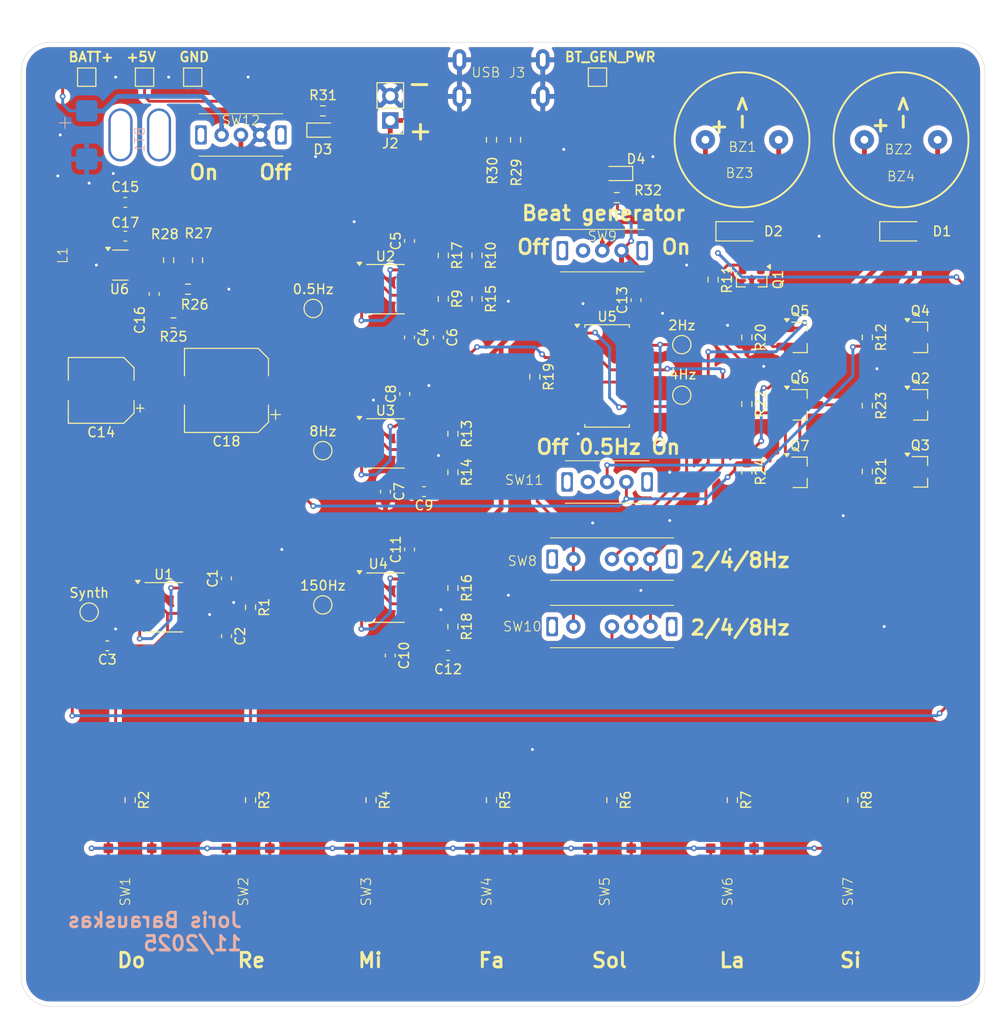
<source format=kicad_pcb>
(kicad_pcb (version 20241229) (generator "pcbnew") (generator_version "9.0")
  (layers (0 "F.Cu" signal) (2 "B.Cu" signal) (13 "F.Paste" user) (15 "B.Paste" user) (5 "F.SilkS" user "F.Silkscreen") (7 "B.SilkS" user "B.Silkscreen") (1 "F.Mask" user) (3 "B.Mask" user) (25 "Edge.Cuts" user))
  (net 0 "")
  (net 1 "Net-(BZ1--)")
  (net 2 "+5V")
  (net 3 "BeatGenPower")
  (net 4 "Net-(BZ2--)")
  (net 5 "GND")
  (net 6 "Net-(U1-CV)")
  (net 7 "Net-(U1-THR)")
  (net 8 "Net-(U2-CV)")
  (net 9 "Net-(U2-THR)")
  (net 10 "Net-(U3-CV)")
  (net 11 "Net-(U3-THR)")
  (net 12 "Net-(U4-CV)")
  (net 13 "Net-(U4-THR)")
  (net 14 "Net-(SW12-B)")
  (net 15 "Net-(U6-V_{FB})")
  (net 16 "Net-(D3-K)")
  (net 17 "Net-(D4-K)")
  (net 18 "Net-(J3-CC2)")
  (net 19 "Net-(J3-CC1)")
  (net 20 "Net-(U6-SW)")
  (net 21 "/SynthTimerOut")
  (net 22 "Net-(Q2-D)")
  (net 23 "Net-(Q2-S)")
  (net 24 "Net-(Q2-G)")
  (net 25 "/150TimerOut")
  (net 26 "Net-(Q4-G)")
  (net 27 "Net-(Q5-D)")
  (net 28 "/05TimerOut")
  (net 29 "Net-(Q6-G)")
  (net 30 "Net-(Q6-D)")
  (net 31 "Net-(U1-DIS)")
  (net 32 "Net-(R2-Pad2)")
  (net 33 "Net-(R3-Pad2)")
  (net 34 "Net-(R4-Pad2)")
  (net 35 "Net-(R5-Pad2)")
  (net 36 "Net-(R6-Pad2)")
  (net 37 "Net-(R7-Pad2)")
  (net 38 "Net-(R8-Pad2)")
  (net 39 "Net-(R10-Pad2)")
  (net 40 "Net-(R15-Pad1)")
  (net 41 "Net-(U2-DIS)")
  (net 42 "Net-(U3-DIS)")
  (net 43 "Net-(U4-DIS)")
  (net 44 "Net-(U5A-J)")
  (net 45 "Net-(R26-Pad1)")
  (net 46 "Net-(R27-Pad1)")
  (net 47 "/4TimerOut")
  (net 48 "/2TimerOut")
  (net 49 "/8TimerOut")
  (net 52 "+BATT")
  (footprint "Resistor_SMD:R_0603_1608Metric_Pad0.98x0.95mm_HandSolder" (layer "F.Cu") (at 211.5 89.0875 -90)
    (property "Reference" "R23")
    (property "Value" "21k")
  )
  (footprint "Resistor_SMD:R_0603_1608Metric_Pad0.98x0.95mm_HandSolder" (layer "F.Cu") (at 167.5 78 -90)
    (property "Reference" "R9")
    (property "Value" "24k")
  )
  (footprint "Resistor_SMD:R_0603_1608Metric_Pad0.98x0.95mm_HandSolder" (layer "F.Cu") (at 171 78 -90)
    (property "Reference" "R15")
    (property "Value" "24k")
  )
  (footprint "TestPoint:TestPoint_Pad_D1.5mm" (layer "F.Cu") (at 154 79)
    (property "Reference" "0.5Hz")
    (property "Value" "05TimerTP")
  )
  (footprint "Capacitor_SMD:C_0603_1608Metric_Pad1.08x0.95mm_HandSolder" (layer "F.Cu") (at 187.5 78.1375 90)
    (property "Reference" "C13")
    (property "Value" "0.1uF")
  )
  (footprint "Resistor_SMD:R_0603_1608Metric_Pad0.98x0.95mm_HandSolder" (layer "F.Cu") (at 141 77 180)
    (property "Reference" "R26")
    (property "Value" "100k")
  )
  (footprint "Resistor_SMD:R_0603_1608Metric_Pad0.98x0.95mm_HandSolder" (layer "F.Cu") (at 171 73.5 -90)
    (property "Reference" "R10")
    (property "Value" "100k")
  )
  (footprint "Capacitor_SMD:C_0603_1608Metric_Pad1.08x0.95mm_HandSolder" (layer "F.Cu") (at 145 113 -90)
    (property "Reference" "C2")
    (property "Value" "0.01uF")
  )
  (footprint "Resistor_SMD:R_0603_1608Metric_Pad0.98x0.95mm_HandSolder" (layer "F.Cu") (at 197.5 130 -90)
    (property "Reference" "R7")
    (property "Value" "16k")
  )
  (footprint "LED_SMD:LED_0603_1608Metric_Pad1.05x0.95mm_HandSolder" (layer "F.Cu") (at 155 60.5)
    (property "Reference" "D3")
    (property "Value" "+5V_LED")
  )
  (footprint "Diode_SMD:D_SOD-123F" (layer "F.Cu") (at 198 71)
    (property "Reference" "D2")
    (property "Value" "D")
  )
  (footprint "Resistor_SMD:R_0603_1608Metric_Pad0.98x0.95mm_HandSolder" (layer "F.Cu") (at 160 130 -90)
    (property "Reference" "R4")
    (property "Value" "21k")
  )
  (footprint "Resistor_SMD:R_0603_1608Metric_Pad0.98x0.95mm_HandSolder" (layer "F.Cu") (at 195.5 76 -90)
    (property "Reference" "R11")
    (property "Value" "21k")
  )
  (footprint "Resistor_SMD:R_0603_1608Metric_Pad0.98x0.95mm_HandSolder" (layer "F.Cu") (at 175 61.5 -90)
    (property "Reference" "R29")
    (property "Value" "5.1k")
  )
  (footprint "Capacitor_SMD:C_0603_1608Metric_Pad1.08x0.95mm_HandSolder" (layer "F.Cu") (at 163.5 87.8625 90)
    (property "Reference" "C8")
    (property "Value" "0.1uF")
  )
  (footprint "Capacitor_SMD:C_0603_1608Metric_Pad1.08x0.95mm_HandSolder" (layer "F.Cu") (at 161.5 98 -90)
    (property "Reference" "C7")
    (property "Value" "0.01uF")
  )
  (footprint "TestPoint:TestPoint_Pad_D1.5mm" (layer "F.Cu") (at 155 93.75)
    (property "Reference" "8Hz")
    (property "Value" "8TimerTP")
  )
  (footprint "Resistor_SMD:R_0603_1608Metric_Pad0.98x0.95mm_HandSolder" (layer "F.Cu") (at 172.5 61.5 -90)
    (property "Reference" "R30")
    (property "Value" "5.1k")
  )
  (footprint "Package_SO:SOIC-8_3.9x4.9mm_P1.27mm" (layer "F.Cu") (at 161.5 109)
    (property "Reference" "U4")
    (property "Value" "NE555D")
  )
  (footprint "TestPoint:TestPoint_Pad_1.5x1.5mm" (layer "F.Cu") (at 183.5 55)
    (property "Reference" "TP5" (hide yes))
    (property "Value" "BeatGenPowerTP")
  )
  (footprint "TestPoint:TestPoint_Pad_1.5x1.5mm" (layer "F.Cu") (at 141.5 55 180)
    (property "Reference" "TP8" (hide yes))
    (property "Value" "GNDTP")
  )
  (footprint "Capacitor_SMD:C_0603_1608Metric_Pad1.08x0.95mm_HandSolder" (layer "F.Cu") (at 167 82 -90)
    (property "Reference" "C6")
    (property "Value" "10uF")
  )
  (footprint "Capacitor_SMD:C_0603_1608Metric_Pad1.08x0.95mm_HandSolder" (layer "F.Cu") (at 165.5 98 180)
    (property "Reference" "C9")
    (property "Value" "10uF")
  )
  (footprint "Package_TO_SOT_SMD:SOT-23_Handsoldering" (layer "F.Cu") (at 217 82)
    (property "Reference" "Q4")
    (property "Value" "NMOS")
  )
  (footprint "Capacitor_SMD:C_0603_1608Metric_Pad1.08x0.95mm_HandSolder" (layer "F.Cu") (at 164 82 -90)
    (property "Reference" "C4")
    (property "Value" "0.01uF")
  )
  (footprint "Capacitor_SMD:C_0603_1608Metric_Pad1.08x0.95mm_HandSolder" (layer "F.Cu") (at 134.5 68 180)
    (property "Reference" "C15")
    (property "Value" "10uF")
  )
  (footprint "Resistor_SMD:R_0603_1608Metric_Pad0.98x0.95mm_HandSolder" (layer "F.Cu") (at 211.5 82 -90)
    (property "Reference" "R12")
    (property "Value" "21k")
  )
  (footprint "TestPoint:TestPoint_Pad_1.5x1.5mm" (layer "F.Cu") (at 130.5 55 180)
    (property "Reference" "TP7" (hide yes))
    (property "Value" "BattPowerTP")
  )
  (footprint "Resistor_SMD:R_0603_1608Metric_Pad0.98x0.95mm_HandSolder" (layer "F.Cu") (at 185 130 -90)
    (property "Reference" "R6")
    (property "Value" "17.8k")
  )
  (footprint "Capacitor_SMD:C_0603_1608Metric_Pad1.08x0.95mm_HandSolder" (layer "F.Cu") (at 162 115 -90)
    (property "Reference" "C10")
    (property "Value" "0.01uF")
  )
  (footprint "1_my_new_library:USB_C_6P_Connetor" (layer "F.Cu") (at 173.5 57 -90)
    (property "Reference" "J3")
    (property "Value" "USB_C_6P")
  )
  (footprint "Package_TO_SOT_SMD:SOT-23_Handsoldering" (layer "F.Cu") (at 204.5 96)
    (property "Reference" "Q7")
    (property "Value" "NMOS")
  )
  (footprint "Capacitor_SMD:CP_Elec_6.3x7.7" (layer "F.Cu") (at 132 87.5 180)
    (property "Reference" "C14")
    (property "Value" "100uF")
  )
  (footprint "Package_SO:SOIC-8_3.9x4.9mm_P1.27mm" (layer "F.Cu") (at 161.5 93)
    (property "Reference" "U3")
    (property "Value" "NE555D")
  )
  (footprint "Resistor_SMD:R_0603_1608Metric_Pad0.98x0.95mm_HandSolder" (layer "F.Cu") (at 168.5 96 -90)
    (property "Reference" "R14")
    (property "Value" "8.2k")
  )
  (footprint "1_my_new_library:SP3T slide switch THT" (layer "F.Cu") (at 185 112)
    (property "Reference" "SW10")
    (property "Value" "SW_SP3T")
  )
  (footprint "Package_TO_SOT_SMD:SOT-23_Handsoldering" (layer "F.Cu") (at 217 95.95)
    (property "Reference" "Q3")
    (property "Value" "NMOS")
  )
  (footprint "Package_TO_SOT_SMD:SOT-23_Handsoldering" (layer "F.Cu") (at 199.5 76 -90)
    (property "Reference" "Q1")
    (property "Value" "NMOS")
  )
  (footprint "Package_SO:SOP-16_4.4x10.4mm_P1.27mm" (layer "F.Cu") (at 184.5 86)
    (property "Reference" "U5")
    (property "Value" "JK flip flop 4027")
  )
  (footprint "Resistor_SMD:R_0603_1608Metric_Pad0.98x0.95mm_HandSolder" (layer "F.Cu") (at 139.5 80.5 180)
    (property "Reference" "R25")
    (property "Value" "24k")
  )
  (footprint "TestPoint:TestPoint_Pad_D1.5mm" (layer "F.Cu") (at 155 109.75)
    (property "Reference" "150Hz")
    (property "Value" "150TimerTP")
  )
  (footprint "1_my_new_library:SW_Push 6x6mm" (layer "F.Cu") (at 210 139.5 90)
    (property "Reference" "SW7")
    (property "Value" "SW_Push")
  )
  (footprint "Capacitor_SMD:C_0603_1608Metric_Pad1.08x0.95mm_HandSolder" (layer "F.Cu") (at 145 107 90)
    (property "Reference" "C1")
    (property "Value" "0.1uF")
  )
  (footprint "Capacitor_SMD:C_0603_1608Metric_Pad1.08x0.95mm_HandSolder" (layer "F.Cu") (at 132.6375 114 180)
    (property "Reference" "C3")
    (property "Value" "0.1uF")
  )
  (footprint "Package_TO_SOT_SMD:SOT-23-6" (layer "F.Cu") (at 134 74.5)
    (property "Reference" "U6")
    (property "Value" "TLV61070ADBV")
  )
  (footprint "1_my_new_library:SMD 3x3.5mm inductor" (layer "F.Cu") (at 128.5 73.5 90)
    (property "Reference" "L1")
    (property "Value" "2.2uH")
  )
  (footprint "TestPoint:TestPoint_Pad_D1.5mm" (layer "F.Cu") (at 192.25 82.75)
    (property "Reference" "2Hz")
    (property "Value" "2TimerTP")
  )
  (footprint "1_my_new_library:SW_Push 6x6mm" (layer "F.Cu") (at 135 139.5 90)
    (property "Reference" "SW1")
    (property "Value" "SW_Push")
  )
  (footprint "Resistor_SMD:R_0603_1608Metric_Pad0.98x0.95mm_HandSolder" (layer "F.Cu") (at 168.5 92 -90)
    (property "Reference" "R13")
    (property "Value" "1.4k")
  )
  (footprint "Capacitor_SMD:C_0603_1608Metric_Pad1.08x0.95mm_HandSolder" (layer "F.Cu") (at 164 72 90)
    (property "Reference" "C5")
    (property "Value" "0.1uF")
  )
  (footprint "Resistor_SMD:R_0603_1608Metric_Pad0.98x0.95mm_HandSolder" (layer "F.Cu") (at 199 82 -90)
    (property "Reference" "R20")
    (property "Value" "21k")
  )
  (footprint "1_my_new_library:SP3T slide switch THT" (layer "F.Cu") (at 185 105)
    (property "Reference" "SW8")
    (property "Value" "SW_SP3T")
  )
  (footprint "Resistor_SMD:R_0603_1608Metric_Pad0.98x0.95mm_HandSolder" (layer "F.Cu") (at 142 74 -90)
    (property "Reference" "R27")
    (property "Value" "100k")
  )
  (footprint "1_my_new_library:SPDT slide switch THT" (layer "F.Cu") (at 184 73)
    (property "Reference" "SW9")
    (property "Value" "SW_SPDT")
  )
  (footprint "Resistor_SMD:R_0603_1608Metric_Pad0.98x0.95mm_HandSolder" (layer "F.Cu") (at 185.5 67.5 180)
    (property "Reference" "R32")
    (property "Value" "1.4k")
  )
  (footprint "Capacitor_SMD:C_0603_1608Metric_Pad1.08x0.95mm_HandSolder" (layer "F.Cu") (at 134.5 71.5 180)
    (property "Reference" "C17")
    (property "Value" "0.1uF")
  )
  (footprint "Connector_PinHeader_2.54mm:PinHeader_1x02_P2.54mm_Vertical" (layer "F.Cu") (at 162 59.5 180)
    (property "Reference" "J2")
    (property "Value" "01x02_Power_Socket")
  )
  (footprint "LED_SMD:LED_0603_1608Metric_Pad1.05x0.95mm_HandSolder" (layer "F.Cu") (at 185.5 65 180)
    (property "Reference" "D4")
    (property "Value" "BeatGenPower_LED")
  )
  (footprint "1_my_new_library:SW_Push 6x6mm" (layer "F.Cu") (at 147.25 139.5 90)
    (property "Reference" "SW2")
    (property "Value" "SW_Push")
  )
  (footprint "Resistor_SMD:R_0603_1608Metric_Pad0.98x0.95mm_HandSolder" (layer "F.Cu") (at 147.5 110 -90)
    (property "Reference" "R1")
    (property "Value" "1.4k")
  )
  (footprint "Package_TO_SOT_SMD:SOT-23_Handsoldering" (layer "F.Cu") (at 217 89)
    (property "Reference" "Q2")
    (property "Value" "NMOS")
  )
  (footprint "1_my_new_library:SW_Push 6x6mm" (layer "F.Cu") (at 197.5 139.5 90)
    (property "Reference" "SW6")
    (property "Value" "SW_Push")
  )
  (footprint "TestPoint:TestPoint_Pad_D1.5mm" (layer "F.Cu") (at 192.25 88)
    (property "Reference" "4Hz")
    (property "Value" "4TimerTP")
  )
  (footprint "Resistor_SMD:R_0603_1608Metric_Pad0.98x0.95mm_HandSolder" (layer "F.Cu") (at 177 86.0875 -90)
    (property "Reference" "R19")
    (property "Value" "1k")
  )
  (footprint "Resistor_SMD:R_0603_1608Metric_Pad0.98x0.95mm_HandSolder" (layer "F.Cu") (at 211.5 95.9125 -90)
    (property "Reference" "R21")
    (property "Value" "21k")
  )
  (footprint "Resistor_SMD:R_0603_1608Metric_Pad0.98x0.95mm_HandSolder" (layer "F.Cu") (at 155 58.5)
    (property "Reference" "R31")
    (property "Value" "1.4k")
  )
  (footprint "Resistor_SMD:R_0603_1608Metric_Pad0.98x0.95mm_HandSolder" (layer "F.Cu") (at 135 130 -90)
    (property "Reference" "R2")
    (property "Value" "27k")
  )
  (footprint "1_my_new_library:THT buzzer passive round" (layer "F.Cu") (at 198.5 61.5)
    (property "Reference" "BZ3")
    (property "Value" "BuzzerTHT")
  )
  (footprint "1_my_new_library:SW_Push 6x6mm" (layer "F.Cu") (at 172.5 139.5 90)
    (property "Reference" "SW4")
    (property "Value" "SW_Push")
  )
  (footprint "Package_SO:SOIC-8_3.9x4.9mm_P1.27mm" (layer "F.Cu") (at 138.5 110)
    (property "Reference" "U1")
    (property "Value" "NE555D")
  )
  (footprint "TestPoint:TestPoint_Pad_1.5x1.5mm" (layer "F.Cu") (at 136.5 55 180)
    (property "Reference" "TP6" (hide yes))
    (property "Value" "+5VTP")
  )
  (footprint "1_my_new_library:SPDT slide switch THT" (layer "F.Cu") (at 184.5 97 180)
    (property "Reference" "SW11")
    (property "Value" "SW_SPDT")
  )
  (footprint "Resistor_SMD:R_0603_1608Metric_Pad0.98x0.95mm_HandSolder" (layer "F.Cu") (at 210 130 -90)
    (property "Reference" "R8")
    (property "Value" "14k")
  )
  (footprint "Resistor_SMD:R_0603_1608Metric_Pad0.98x0.95mm_HandSolder" (layer "F.Cu") (at 147.5 130 -90)
    (property "Reference" "R3")
    (property "Value" "24k")
  )
  (footprint "Capacitor_SMD:CP_Elec_8x10.5" (layer "F.Cu") (at 145 87.5 180)
    (property "Reference" "C18")
    (property "Value" "470uF")
  )
  (footprint "1_my_new_library:SPDT slide switch THT" (layer "F.Cu") (at 146.5 61 180)
    (property "Reference" "SW12")
    (property "Value" "SW_SPDT")
  )
  (footprint "Diode_SMD:D_SOD-123F" (layer "F.Cu") (at 215 71)
    (property "Reference" "D1")
    (property "Value" "D")
  )
  (footprint "Resistor_SMD:R_0603_1608Metric_Pad0.98x0.95mm_HandSolder" (layer "F.Cu") (at 168.5 112 -90)
    (property "Reference" "R18")
    (property "Value" "330R")
  )
  (footprint "1_my_new_library:SMD buzzer passive square" (layer "F.Cu") (at 214.95 61.55 90)
    (property "Reference" "BZ2")
    (property "Value" "Buzzer")
  )
  (footprint "Resistor_SMD:R_0603_1608Metric_Pad0.98x0.95mm_HandSolder" (layer "F.Cu") (at 172.5 130 -90)
    (property "Reference" "R5")
    (property "Value" "20k")
  )
  (footprint "Package_TO_SOT_SMD:SOT-23_Handsoldering" (layer "F.Cu") (at 204.5 82)
    (property "Reference" "Q5")
    (property "Value" "NMOS")
  )
  (footprint "Capacitor_SMD:C_0603_1608Metric_Pad1.08x0.95mm_HandSolder" (layer "F.Cu") (at 137.5 77.5 -90)
    (property "Reference" "C16")
    (property "Value" "737pF")
  )
  (footprint "Resistor_SMD:R_0603_1608Metric_Pad0.98x0.95mm_HandSolder" (layer "F.Cu") (at 168.5 108 -90)
    (property "Reference" "R16")
    (property "Value" "100R")
  )
  (footprint "TestPoint:TestPoint_Pad_D1.5mm" (layer "F.Cu") (at 130.75 110.5)
    (property "Reference" "Synth")
    (property "Value" "SynthTimerTP")
  )
  (footprint "1_my_new_library:THT buzzer passive round" (layer "F.Cu") (at 215 61.5)
    (property "Reference" "BZ4")
    (property "Value" "BuzzerTHT")
  )
  (footprint "Package_TO_SOT_SMD:SOT-23_Handsoldering" (layer "F.Cu") (at 204.5 89)
    (property "Reference" "Q6")
    (property "Value" "NMOS")
  )
  (footprint "Package_SO:SOIC-8_3.9x4.9mm_P1.27mm" (layer "F.Cu") (at 161.5 77)
    (property "Reference" "U2")
    (property "Value" "NE555D")
  )
  (footprint "Capacitor_SMD:C_0603_1608Metric_Pad1.08x0.95mm_HandSolder" (layer "F.Cu") (at 164 104 90)
    (property "Reference" "C11")
    (property "Value" "0.1uF")
  )
  (footprint "Resistor_SMD:R_0603_1608Metric_Pad0.98x0.95mm_HandSolder" (layer "F.Cu") (at 167.5 73.5 -90)
    (property "Reference" "R17")
    (property "Value" "100R")
  )
  (footprint "1_my_new_library:SW_Push 6x6mm" (layer "F.Cu") (at 160 139.5 90)
    (property "Reference" "SW3")
    (property "Value" "SW_Push")
  )
  (footprint "Resistor_SMD:R_0603_1608Metric_Pad0.98x0.95mm_HandSolder" (layer "F.Cu") (at 139 74 -90)
    (property "Reference" "R28")
    (property "Value" "16k")
  )
  (footprint "Resistor_SMD:R_0603_1608Metric_Pad0.98x0.95mm_HandSolder" (layer "F.Cu") (at 199 95.9125 -90)
    (property "Reference" "R24")
    (property "Value" "21k")
  )
  (footprint "Capacitor_SMD:C_0603_1608Metric_Pad1.08x0.95mm_HandSolder" (layer "F.Cu") (at 168 115 180)
    (property "Reference" "C12")
    (property "Value" "10uF")
  )
  (footprint "1_my_new_library:SMD buzzer passive square" (layer "F.Cu") (at 198.5 61.55 90)
    (property "Reference" "BZ1")
    (property "Value" "Buzzer")
  )
  (footprint "Resistor_SMD:R_0603_1608Metric_Pad0.98x0.95mm_HandSolder" (layer "F.Cu") (at 199 88.9125 -90)
    (property "Reference" "R22")
    (property "Value" "21k")
  )
  (footprint "1_my_new_library:SW_Push 6x6mm" (layer "F.Cu") (at 184.75 139.5 90)
    (property "Reference" "SW5")
    (property "Value" "SW_Push")
  )
  (footprint "1_my_new_library:Battery holder pad and tension release" (layer "B.Cu") (at 130.5 61 -90)
    (property "Reference" "BT1")
    (property "Value" "Battery")
  )
  (gr_line (start 123.7 148.39) (end 123.7 54.39) (stroke (width 0.05)) (layer "Edge.Cuts"))
  (gr_line (start 220.7 151.39) (end 126.7 151.39) (stroke (width 0.05)) (layer "Edge.Cuts"))
  (gr_arc (start 123.7 54.39) (mid 124.57868 52.26868) (end 126.7 51.39) (stroke (width 0.05)) (layer "Edge.Cuts"))
  (gr_arc (start 220.7 51.39) (mid 222.82132 52.26868) (end 223.7 54.39) (stroke (width 0.05)) (layer "Edge.Cuts"))
  (gr_arc (start 126.7 151.39) (mid 124.57868 150.51132) (end 123.7 148.39) (stroke (width 0.05)) (layer "Edge.Cuts"))
  (gr_arc (start 223.7 148.39) (mid 222.82132 150.51132) (end 220.7 151.39) (stroke (width 0.05)) (layer "Edge.Cuts"))
  (gr_line (start 126.7 51.39) (end 220.7 51.39) (stroke (width 0.05)) (layer "Edge.Cuts"))
  (gr_line (start 223.7 54.39) (end 223.7 148.39) (stroke (width 0.05)) (layer "Edge.Cuts"))
  (gr_text "Off" (at 148.25 65.75 0) (layer "F.SilkS") (effects (font (size 1.5 1.5) (thickness 0.3) (bold yes)) (justify left bottom)))
  (gr_text "Si" (at 208.5 147.5 0) (layer "F.SilkS") (effects (font (size 1.5 1.5) (thickness 0.3) (bold yes)) (justify left bottom)))
  (gr_text "+5V" (at 134.5 53.5 0) (layer "F.SilkS") (effects (font (size 1 1) (thickness 0.2) (bold yes)) (justify left bottom)))
  (gr_text "La" (at 196 147.5 0) (layer "F.SilkS") (effects (font (size 1.5 1.5) (thickness 0.3) (bold yes)) (justify left bottom)))
  (gr_text "GND" (at 140 53.5 0) (layer "F.SilkS") (effects (font (size 1 1) (thickness 0.2) (bold yes)) (justify left bottom)))
  (gr_text "Mi" (at 158.5 147.5 0) (layer "F.SilkS") (effects (font (size 1.5 1.5) (thickness 0.3) (bold yes)) (justify left bottom)))
  (gr_text "2/4/8Hz" (at 193 113 0) (layer "F.SilkS") (effects (font (size 1.5 1.5) (thickness 0.3) (bold yes)) (justify left bottom)))
  (gr_text "Re" (at 146 147.5 0) (layer "F.SilkS") (effects (font (size 1.5 1.5) (thickness 0.3) (bold yes)) (justify left bottom)))
  (gr_text "Off 0.5Hz On" (at 177 94.25 0) (layer "F.SilkS") (effects (font (size 1.5 1.5) (thickness 0.3) (bold yes)) (justify left bottom)))
  (gr_text "2/4/8Hz" (at 193 106 0) (layer "F.SilkS") (effects (font (size 1.5 1.5) (thickness 0.3) (bold yes)) (justify left bottom)))
  (gr_text "+" (at 163.7 61.7 0) (layer "F.SilkS") (effects (font (size 2 2) (thickness 0.3) (bold yes)) (justify left bottom)))
  (gr_text "On" (at 190 73.5 0) (layer "F.SilkS") (effects (font (size 1.5 1.5) (thickness 0.3) (bold yes)) (justify left bottom)))
  (gr_text "Sol" (at 182.75 147.5 0) (layer "F.SilkS") (effects (font (size 1.5 1.5) (thickness 0.3) (bold yes)) (justify left bottom)))
  (gr_text "Do" (at 133.5 147.5 0) (layer "F.SilkS") (effects (font (size 1.5 1.5) (thickness 0.3) (bold yes)) (justify left bottom)))
  (gr_text "Off" (at 175 73.5 0) (layer "F.SilkS") (effects (font (size 1.5 1.5) (thickness 0.3) (bold yes)) (justify left bottom)))
  (gr_text "-" (at 163.6 56.8 0) (layer "F.SilkS") (effects (font (size 2 2) (thickness 0.3) (bold yes)) (justify left bottom)))
  (gr_text "BT_GEN_PWR" (at 180 53.5 0) (layer "F.SilkS") (effects (font (size 1 1) (thickness 0.2) (bold yes)) (justify left bottom)))
  (gr_text "On" (at 141 65.75 0) (layer "F.SilkS") (effects (font (size 1.5 1.5) (thickness 0.3) (bold yes)) (justify left bottom)))
  (gr_text "BATT+" (at 128.5 53.5 0) (layer "F.SilkS") (effects (font (size 1 1) (thickness 0.2) (bold yes)) (justify left bottom)))
  (gr_text "Beat generator" (at 175.5 70 0) (layer "F.SilkS") (effects (font (size 1.5 1.5) (thickness 0.3) (bold yes)) (justify left bottom)))
  (gr_text "Fa" (at 171 147.5 0) (layer "F.SilkS") (effects (font (size 1.5 1.5) (thickness 0.3) (bold yes)) (justify left bottom)))
  (gr_text "Joris Barauskas\n11/2025" (at 146.75 145.75 -0) (layer "B.SilkS") (effects (font (size 1.5 1.5) (thickness 0.3) (bold yes)) (justify left bottom mirror)))
  (segment (start 200 72.75) (end 199.75 72.75) (width 0.5) (layer "F.Cu") (net 1))
  (segment (start 202.05 63.7) (end 202.3 63.45) (width 0.5) (layer "F.Cu") (net 1))
  (segment (start 199.4 72.4) (end 199.4 71) (width 0.5) (layer "F.Cu") (net 1))
  (segment (start 200.75 68.25) (end 201.25 68.25) (width 0.5) (layer "F.Cu") (net 1))
  (segment (start 200.45 73.2) (end 200 72.75) (width 0.5) (layer "F.Cu") (net 1))
  (segment (start 202.05 65.1) (end 202.05 63.7) (width 0.5) (layer "F.Cu") (net 1))
  (segment (start 202.3 63.45) (end 202.3 61.5) (width 0.5) (layer "F.Cu") (net 1))
  (segment (start 201.25 68.25) (end 202.05 67.45) (width 0.5) (layer "F.Cu") (net 1))
  (segment (start 200.45 74.5) (end 200.45 73.2) (width 0.5) (layer "F.Cu") (net 1))
  (segment (start 202.05 67.45) (end 202.05 65.1) (width 0.5) (layer "F.Cu") (net 1))
  (segment (start 199.75 72.75) (end 199.4 72.4) (width 0.5) (layer "F.Cu") (net 1))
  (segment (start 199.4 71) (end 199.4 69.6) (width 0.5) (layer "F.Cu") (net 1))
  (segment (start 199.4 69.6) (end 200.75 68.25) (width 0.5) (layer "F.Cu") (net 1))
  (segment (start 152.5 59.5) (end 152.5 66.5) (width 0.3) (layer "F.Cu") (net 2))
  (segment (start 145.5 82.75) (end 135.75 82.75) (width 0.5) (layer "F.Cu") (net 2))
  (segment (start 152.5 68) (end 155.875 64.625) (width 0.5) (layer "F.Cu") (net 2))
  (segment (start 147.5 108.5) (end 147.5 109.0875) (width 0.3) (layer "F.Cu") (net 2))
  (segment (start 196.6 69.6) (end 194.95 67.95) (width 0.5) (layer "F.Cu") (net 2))
  (segment (start 135.75 82.75) (end 134.7 83.8) (width 0.5) (layer "F.Cu") (net 2))
  (segment (start 148.7 79.55) (end 145.5 82.75) (width 0.5) (layer "F.Cu") (net 2))
  (segment (start 140.88 108) (end 140.975 108.095) (width 0.3) (layer "F.Cu") (net 2))
  (segment (start 155.875 64.625) (end 155.875 60.5) (width 0.5) (layer "F.Cu") (net 2))
  (segment (start 134.7 87.5) (end 134.7 91.95) (width 0.5) (layer "F.Cu") (net 2))
  (segment (start 150.5 57.5) (end 152.5 59.5) (width 0.3) (layer "F.Cu") (net 2))
  (segment (start 140.25 97) (end 141 97.75) (width 0.5) (layer "F.Cu") (net 2))
  (segment (start 139.25 108) (end 140.88 108) (width 0.3) (layer "F.Cu") (net 2))
  (segment (start 162 63.25) (end 160.5 63.25) (width 0.5) (layer "F.Cu") (net 2))
  (segment (start 151 68) (end 152.5 68) (width 0.5) (layer "F.Cu") (net 2))
  (segment (start 162 59.5) (end 162 61) (width 0.5) (layer "F.Cu") (net 2))
  (segment (start 134.7 91.95) (end 139.75 97) (width 0.5) (layer "F.Cu") (net 2))
  (segment (start 145 107.8625) (end 143.3875 107.8625) (width 0.3) (layer "F.Cu") (net 2))
  (segment (start 136 111.93) (end 136.025 111.905) (width 0.3) (layer "F.Cu") (net 2))
  (segment (start 172 57) (end 172 58.25) (width 0.5) (layer "F.Cu") (net 2))
  (segment (start 137 74.25) (end 137 69.5) (width 0.5) (layer "F.Cu") (net 2))
  (segment (start 145 107.8625) (end 146.8625 107.8625) (width 0.3) (layer "F.Cu") (net 2))
  (segment (start 196.6 71) (end 196.6 69.6) (width 0.5) (layer "F.Cu") (net 2))
  (segment (start 137 69.5) (end 138.5 68) (width 0.5) (layer "F.Cu") (net 2))
  (segment (start 141 97.75) (end 141 108.07) (width 0.5) (layer "F.Cu") (net 2))
  (segment (start 164.25 63.25) (end 162 63.25) (width 0.5) (layer "F.Cu") (net 2))
  (segment (start 157.25 63.25) (end 160.5 63.25) (width 0.5) (layer "F.Cu") (net 2))
  (segment (start 136.25 74.5) (end 136.75 74.5) (width 0.5) (layer "F.Cu") (net 2))
  (segment (start 136 113.25) (end 136 111.93) (width 0.3) (layer "F.Cu") (net 2))
  (segment (start 194.95 65.1) (end 194.95 63.7) (width 0.5) (layer "F.Cu") (net 2))
  (segment (start 136.5 57) (end 137 57.5) (width 0.3) (layer "F.Cu") (net 2))
  (segment (start 136 74.5) (end 136.25 74.5) (width 0.5) (layer "F.Cu") (net 2))
  (segment (start 143.3875 107.8625) (end 143.155 108.095) (width 0.3) (layer "F.Cu") (net 2))
  (segment (start 137.5 75) (end 137.5 76.6375) (width 0.5) (layer "F.Cu") (net 2))
  (segment (start 136.5 55) (end 136.5 57) (width 0.3) (layer "F.Cu") (net 2))
  (segment (start 194.7 63.45) (end 194.7 61.5) (width 0.5) (layer "F.Cu") (net 2))
  (segment (start 186 71) (end 184 73) (width 0.5) (layer "F.Cu") (net 2))
  (segment (start 134.7 83.8) (end 134.7 87.5) (width 0.5) (layer "F.Cu") (net 2))
  (segment (start 138.5 68) (end 142.5 68) (width 0.5) (layer "F.Cu") (net 2))
  (segment (start 172.75 55) (end 174.25 55) (width 0.5) (layer "F.Cu") (net 2))
  (segment (start 184 70.5) (end 179.25 65.75) (width 0.5) (layer "F.Cu") (net 2))
  (segment (start 135.1375 74.5) (end 136 74.5) (width 0.5) (layer "F.Cu") (net 2))
  (segment (start 142.5 68) (end 148.7 74.2) (width 0.5) (layer "F.Cu") (net 2))
  (segment (start 194.95 67.95) (end 194.95 65.1) (width 0.5) (layer "F.Cu") (net 2))
  (segment (start 138 73.5) (end 138.4125 73.0875) (width 0.5) (layer "F.Cu") (net 2))
  (segment (start 172 57) (end 172 55.75) (width 0.5) (layer "F.Cu") (net 2))
  (segment (start 162 61) (end 164.25 63.25) (width 0.5) (layer "F.Cu") (net 2))
  (segment (start 146.8625 107.8625) (end 147.5 108.5) (width 0.3) (layer "F.Cu") (net 2))
  (segment (start 136.75 74.5) (end 137 74.25) (width 0.5) (layer "F.Cu") (net 2))
  (segment (start 136.25 74.5) (end 137.5 74.5) (width 0.5) (layer "F.Cu") (net 2))
  (segment (start 184 73) (end 184 70.5) (width 0.5) (layer "F.Cu") (net 2))
  (segment (start 175 55.75) (end 175 57) (width 0.5) (layer "F.Cu") (net 2))
  (segment (start 137 57.5) (end 150.5 57.5) (width 0.3) (layer "F.Cu") (net 2))
  (segment (start 139.75 97) (end 140.25 97) (width 0.5) (layer "F.Cu") (net 2))
  (segment (start 172 55.75) (end 172.75 55) (width 0.5) (layer "F.Cu") (net 2))
  (segment (start 196.6 71) (end 186 71) (width 0.5) (layer "F.Cu") (net 2))
  (segment (start 143.155 108.095) (end 140.975 108.095) (width 0.3) (layer "F.Cu") (net 2))
  (segment (start 148.7 79.25) (end 148.7 79.55) (width 0.5) (layer "F.Cu") (net 2))
  (segment (start 170.75 59.5) (end 162 59.5) (width 0.5) (layer "F.Cu") (net 2))
  (segment (start 174.25 55) (end 175 55.75) (width 0.5) (layer "F.Cu") (net 2))
  (segment (start 137.5 74.5) (end 138 74) (width 0.5) (layer "F.Cu") (net 2))
  (segment (start 172 58.25) (end 170.75 59.5) (width 0.5) (layer "F.Cu") (net 2))
  (segment (start 194.95 63.7) (end 194.7 63.45) (width 0.5) (layer "F.Cu") (net 2))
  (segment (start 148.7 79.25) (end 148.7 87.5) (width 0.5) (layer "F.Cu") (net 2))
  (segment (start 179.25 65.75) (end 166.75 65.75) (width 0.5) (layer "F.Cu") (net 2))
  (segment (start 148.7 74.2) (end 148.7 79.25) (width 0.5) (layer "F.Cu") (net 2))
  (segment (start 166.75 65.75) (end 164.25 63.25) (width 0.5) (layer "F.Cu") (net 2))
  (segment (start 136 74.5) (end 137 74.5) (width 0.5) (layer "F.Cu") (net 2))
  (segment (start 142.5 68) (end 151 68) (width 0.5) (layer "F.Cu") (net 2))
  (segment (start 138.4125 73.0875) (end 139 73.0875) (width 0.5) (layer "F.Cu") (net 2))
  (segment (start 137 74.5) (end 137.5 75) (width 0.5) (layer "F.Cu") (net 2))
  (segment (start 141 108.07) (end 140.975 108.095) (width 0.5) (layer "F.Cu") (net 2))
  (segment (start 152.5 66.5) (end 151 68) (width 0.3) (layer "F.Cu") (net 2))
  (segment (start 155.875 64.625) (end 157.25 63.25) (width 0.5) (layer "F.Cu") (net 2))
  (segment (start 138 74) (end 138 73.5) (width 0.5) (layer "F.Cu") (net 2))
  (via (at 139.25 108) (size 0.6) (drill 0.3) (layers "F.Cu" "B.Cu") (net 2))
  (via (at 136 113.25) (size 0.6) (drill 0.3) (layers "F.Cu" "B.Cu") (net 2))
  (segment (start 137.25 113.25) (end 136 113.25) (width 0.3) (layer "B.Cu") (net 2))
  (segment (start 139.25 111.25) (end 137.25 113.25) (width 0.3) (layer "B.Cu") (net 2))
  (segment (start 139.25 108) (end 139.25 111.25) (width 0.3) (layer "B.Cu") (net 2))
  (segment (start 187.5 81.4675) (end 187.5875 81.555) (width 0.5) (layer "F.Cu") (net 3))
  (segment (start 168.4925 107.095) (end 168.5 107.0875) (width 0.3) (layer "F.Cu") (net 3))
  (segment (start 211.5 81.0875) (end 210.8375 81.0875) (width 0.3) (layer "F.Cu") (net 3))
  (segment (start 186 74) (end 186 75) (width 0.5) (layer "F.Cu") (net 3))
  (segment (start 199 85) (end 193.25 79.25) (width 0.3) (layer "F.Cu") (net 3))
  (segment (start 164 75.07) (end 163.975 75.095) (width 0.3) (layer "F.Cu") (net 3))
  (segment (start 163.9825 91.0875) (end 163.975 91.095) (width 0.3) (layer "F.Cu") (net 3))
  (segment (start 181.4125 89.175) (end 183.175 89.175) (width 0.3) (layer "F.Cu") (net 3))
  (segment (start 177 85.175) (end 174.675 85.175) (width 0.3) (layer "F.Cu") (net 3))
  (segment (start 159.025 96.225) (end 159 96.25) (width 0.3) (layer "F.Cu") (net 3))
  (segment (start 168.5 91.0875) (end 163.9825 91.0875) (width 0.3) (layer "F.Cu") (net 3))
  (segment (start 174 74.5) (end 174 71.5) (width 0.5) (layer "F.Cu") (net 3))
  (segment (start 199 88) (end 199 85) (width 0.3) (layer "F.Cu") (net 3))
  (segment (start 162 75) (end 163.88 75) (width 0.3) (layer "F.Cu") (net 3))
  (segment (start 186 73) (end 186 74) (width 0.5) (layer "F.Cu") (net 3))
  (segment (start 163.975 107.095) (end 168.4925 107.095) (width 0.3) (layer "F.Cu") (net 3))
  (segment (start 180.25 76) (end 174.375 81.875) (width 0.5) (layer "F.Cu") (net 3))
  (segment (start 167.525 88.725) (end 163.5 88.725) (width 0.5) (layer "F.Cu") (net 3))
  (segment (start 182.615 85.365) (end 181.4125 85.365) (width 0.3) (layer "F.Cu") (net 3))
  (segment (start 186 75) (end 185 76) (width 0.5) (layer "F.Cu") (net 3))
  (segment (start 183.175 89.175) (end 184.445 90.445) (width 0.3) (layer "F.Cu") (net 3))
  (segment (start 186.5 79) (end 187.5 79) (width 0.5) (layer "F.Cu") (net 3))
  (segment (start 213.6 73.65) (end 213.6 71) (width 0.5) (layer "F.Cu") (net 3))
  (segment (start 159.025 94.905) (end 159.025 96.225) (width 0.3) (layer "F.Cu") (net 3))
  (segment (start 211.4 63.4) (end 211.2 63.2) (width 0.5) (layer "F.Cu") (net 3))
  (segment (start 183.885 86.635) (end 183 85.75) (width 0.3) (layer "F.Cu") (net 3))
  (segment (start 193.25 79.25) (end 207.25 79.25) (width 0.5) (layer "F.Cu") (net 3))
  (segment (start 208 79.25) (end 213.6 73.65) (width 0.5) (layer "F.Cu") (net 3))
  (segment (start 179.115 85.365) (end 181.4125 85.365) (width 0.3) (layer "F.Cu") (net 3))
  (segment (start 164 104.8625) (end 164 107.07) (width 0.5) (layer "F.Cu") (net 3))
  (segment (start 189.25 76.25) (end 186 73) (width 0.5) (layer "F.Cu") (net 3))
  (segment (start 164 107.07) (end 163.975 107.095) (width 0.3) (layer "F.Cu") (net 3))
  (segment (start 173.5 82.75) (end 173.5 84) (width 0.5) (layer "F.Cu") (net 3))
  (segment (start 185.574 68.824) (end 185.75 69) (width 0.3) (layer "F.Cu") (net 3))
  (segment (start 187.5 79) (end 187.5 81.4675) (width 0.5) (layer "F.Cu") (net 3))
  (segment (start 163.5 88.725) (end 163.5 89.75) (width 0.5) (layer "F.Cu") (net 3))
  (segment (start 173.5 84) (end 173.5 99.75) (width 0.5) (layer "F.Cu") (net 3))
  (segment (start 173.5 99.75) (end 168.3875 104.8625) (width 0.5) (layer "F.Cu") (net 3))
  (segment (start 185.574 65.949) (end 185.574 68.824) (width 0.3) (layer "F.Cu") (net 3))
  (segment (start 159.025 78.905) (end 159.025 80.225) (width 0.3) (layer "F.Cu") (net 3))
  (segment (start 168.3875 104.8625) (end 164 104.8625) (width 0.5) (layer "F.Cu") (net 3))
  (segment (start 211.4 67.4) (end 211.4 65.1) (width 0.5) (layer "F.Cu") (net 3))
  (segment (start 162.07 107.07) (end 162 107) (width 0.3) (layer "F.Cu") (net 3))
  (segment (start 207.25 79.25) (end 208 79.25) (width 0.5) (layer "F.Cu") (net 3))
  (segment (start 181.4125 89.175) (end 182.825 89.175) (width 0.3) (layer "F.Cu") (net 3))
  (segment (start 211.4 65.1) (end 211.4 63.4) (width 0.5) (layer "F.Cu") (net 3))
  (segment (start 174.375 81.875) (end 167.525 88.725) (width 0.5) (layer "F.Cu") (net 3))
  (segment (start 168.25 70.75) (end 167.5 71.5) (width 0.5) (layer "F.Cu") (net 3))
  (segment (start 178.925 85.175) (end 179.115 85.365) (width 0.3) (layer "F.Cu") (net 3))
  (segment (start 175.5 76) (end 174 74.5) (width 0.5) (layer "F.Cu") (net 3))
  (segment (start 173.25 70.75) (end 168.25 70.75) (width 0.5) (layer "F.Cu") (net 3))
  (segment (start 174 71.5) (end 173.25 70.75) (width 0.5) (layer "F.Cu") (net 3))
  (segment (start 182.825 89.175) (end 183 89) (width 0.3) (layer "F.Cu") (net 3))
  (segment (start 180.25 76) (end 175.5 76) (width 0.5) (layer "F.Cu") (net 3))
  (segment (start 163.5 89.75) (end 163.975 90.225) (width 0.5) (layer "F.Cu") (net 3))
  (segment (start 190.25 76.25) (end 193.25 79.25) (width 0.5) (layer "F.Cu") (net 3))
  (segment (start 165.8875 72.8625) (end 166.1625 72.5875) (width 0.5) (layer "F.Cu") (net 3))
  (segment (start 184.625 65) (end 184.625 60.625) (width 0.3) (layer "F.Cu") (net 3))
  (segment (start 186 73) (end 186 78.5) (width 0.5) (layer "F.Cu") (net 3))
  (segment (start 186 78.5) (end 186.5 79) (width 0.5) (layer "F.Cu") (net 3))
  (segment (start 211.2 63.2) (end 211.2 61.5) (width 0.5) (layer "F.Cu") (net 3))
  (segment (start 163.975 90.225) (end 163.975 91.095) (width 0.5) (layer "F.Cu") (net 3))
  (segment (start 209 79.25) (end 207.25 79.25) (width 0.3) (layer "F.Cu") (net 3))
  (segment (start 159.025 80.225) (end 159 80.25) (width 0.3) (layer "F.Cu") (net 3))
  (segment (start 162.655 91.095) (end 163.975 91.095) (width 0.3) (layer "F.Cu") (net 3))
  (segment (start 213.6 71) (end 213.6 69.6) (width 0.5) (layer "F.Cu") (net 3))
  (segment (start 159.025 110.905) (end 159.025 112.225) (width 0.3) (layer "F.Cu") (net 3))
  (segment (start 185 76) (end 180.25 76) (width 0.5) (layer "F.Cu") (net 3))
  (segment (start 174.675 85.175) (end 173.5 84) (width 0.3) (layer "F.Cu") (net 3))
  (segment (start 184.625 65) (end 185.574 65.949) (width 0.3) (layer "F.Cu") (net 3))
  (segment (start 186 73) (end 187 72) (width 0.3) (layer "F.Cu") (net 3))
  (segment (start 164 107.07) (end 162.07 107.07) (width 0.3) (layer "F.Cu") (net 3))
  (segment (start 183 85.75) (end 182.615 85.365) (width 0.3) (layer "F.Cu") (net 3))
  (segment (start 162 91.25) (end 162.5 91.25) (width 0.3) (layer "F.Cu") (net 3))
  (segment (start 177 85.175) (end 178.925 85.175) (width 0.3) (layer "F.Cu") (net 3))
  (segment (start 164 72.8625) (end 165.8875 72.8625) (width 0.5) (layer "F.Cu") (net 3))
  (segment (start 213.6 69.6) (end 211.4 67.4) (width 0.5) (layer "F.Cu") (net 3))
  (segment (start 166.1625 72.5875) (end 167.5 72.5875) (width 0.5) (layer "F.Cu") (net 3))
  (segment (start 190.25 76.25) (end 189.25 76.25) (width 0.5) (layer "F.Cu") (net 3))
  (segment (start 210.8375 81.0875) (end 209 79.25) (width 0.3) (layer "F.Cu") (net 3))
  (segment (start 164 72.8625) (end 164 75.07) (width 0.5) (layer "F.Cu") (net 3))
  (segment (start 174.375 81.875) (end 173.5 82.75) (width 0.5) (layer "F.Cu") (net 3))
  (segment (start 163.88 75) (end 163.975 75.095) (width 0.3) (layer "F.Cu") (net 3))
  (segment (start 187.5875 86.635) (end 183.885 86.635) (width 0.3) (layer "F.Cu") (net 3))
  (segment (start 162.5 91.25) (end 162.655 91.095) (width 0.3) (layer "F.Cu") (net 3))
  (segment (start 167.5 71.5) (end 167.5 72.5875) (width 0.5) (layer "F.Cu") (net 3))
  (segment (start 184.445 90.445) (end 187.5875 90.445) (width 0.3) (layer "F.Cu") (net 3))
  (segment (start 184.625 60.625) (end 183.5 59.5) (width 0.3) (layer "F.Cu") (net 3))
  (segment (start 159.025 112.225) (end 159 112.25) (width 0.3) (layer "F.Cu") (net 3))
  (segment (start 183.5 59.5) (end 183.5 55) (width 0.3) (layer "F.Cu") (net 3))
  (segment (start 183 89) (end 183 85.75) (width 0.3) (layer "F.Cu") (net 3))
  (via (at 159 112.25) (size 0.6) (drill 0.3) (layers "F.Cu" "B.Cu") (net 3))
  (via (at 162 75) (size 0.6) (drill 0.3) (layers "F.Cu" "B.Cu") (net 3))
  (via (at 159 96.25) (size 0.6) (drill 0.3) (layers "F.Cu" "B.Cu") (net 3))
  (via (at 162 91.25) (size 0.6) (drill 0.3) (layers "F.Cu" "B.Cu") (net 3))
  (via (at 187 72) (size 0.6) (drill 0.3) (layers "F.Cu" "B.Cu") (net 3))
  (via (at 162 107) (size 0.6) (drill 0.3) (layers "F.Cu" "B.Cu") (net 3))
  (via (at 185.75 69) (size 0.6) (drill 0.3) (layers "F.Cu" "B.Cu") (net 3))
  (via (at 159 80.25) (size 0.6) (drill 0.3) (layers "F.Cu" "B.Cu") (net 3))
  (segment (start 162 94.75) (end 160.5 96.25) (width 0.3) (layer "B.Cu") (net 3))
  (segment (start 185.75 69) (end 187 70.25) (width 0.3) (layer "B.Cu") (net 3))
  (segment (start 160.5 96.25) (end 159 96.25) (width 0.3) (layer "B.Cu") (net 3))
  (segment (start 162 107) (end 162 110.5) (width 0.3) (layer "B.Cu") (net 3))
  (segment (start 162 79.5) (end 161.25 80.25) (width 0.3) (layer "B.Cu") (net 3))
  (segment (start 162 110.5) (end 160.25 112.25) (width 0.3) (layer "B.Cu") (net 3))
  (segment (start 160.25 112.25) (end 159 112.25) (width 0.3) (layer "B.Cu") (net 3))
  (segment (start 162 91.25) (end 162 94.75) (width 0.3) (layer "B.Cu") (net 3))
  (segment (start 162 75) (end 162 79.5) (width 0.3) (layer "B.Cu") (net 3))
  (segment (start 187 70.25) (end 187 72) (width 0.3) (layer "B.Cu") (net 3))
  (segment (start 161.25 80.25) (end 159 80.25) (width 0.3) (layer "B.Cu") (net 3))
  (segment (start 215.5 81.05) (end 215.5 76.5) (width 0.5) (layer "F.Cu") (net 4))
  (segment (start 218.8 63.2) (end 218.8 61.5) (width 0.5) (layer "F.Cu") (net 4))
  (segment (start 216.4 70.1) (end 218.5 68) (width 0.5) (layer "F.Cu") (net 4))
  (segment (start 216.4 71) (end 216.4 70.1) (width 0.5) (layer "F.Cu") (net 4))
  (segment (start 218.5 63.5) (end 218.8 63.2) (width 0.5) (layer "F.Cu") (net 4))
  (segment (start 218.5 65.1) (end 218.5 63.5) (width 0.5) (layer "F.Cu") (net 4))
  (segment (start 215.5 76.5) (end 216.4 75.6) (width 0.5) (layer "F.Cu") (net 4))
  (segment (start 216.4 75.6) (end 216.4 71) (width 0.5) (layer "F.Cu") (net 4))
  (segment (start 218.5 68) (end 218.5 65.1) (width 0.5) (layer "F.Cu") (net 4))
  (segment (start 132.8625 74.5) (end 131.5 74.5) (width 0.5) (layer "F.Cu") (net 5))
  (via (at 133.25 65) (size 0.6) (drill 0.3) (layers "F.Cu" "B.Cu") (net 5))
  (via (at 148.75 65.25) (size 0.6) (drill 0.3) (layers "F.Cu" "B.Cu") (net 5))
  (via (at 147.25 55) (size 0.6) (drill 0.3) (layers "F.Cu" "B.Cu") (net 5))
  (via (at 181.5 92) (size 0.6) (drill 0.3) (layers "F.Cu" "B.Cu") (net 5))
  (via (at 150.75 104) (size 0.6) (drill 0.3) (layers "F.Cu" "B.Cu") (net 5))
  (via (at 188 108.25) (size 0.6) (drill 0.3) (layers "F.Cu" "B.Cu") (net 5))
  (via (at 197 80.75) (size 0.6) (drill 0.3) (layers "F.Cu" "B.Cu") (net 5))
  (via (at 130.75 66) (size 0.6) (drill 0.3) (layers "F.Cu" "B.Cu") (net 5))
  (via (at 213.25 112) (size 0.6) (drill 0.3) (layers "F.Cu" "B.Cu") (net 5))
  (via (at 174.25 108.75) (size 0.6) (drill 0.3) (layers "F.Cu" "B.Cu") (net 5))
  (via (at 192.75 74.5) (size 0.6) (drill 0.3) (layers "F.Cu" "B.Cu") (net 5))
  (via (at 189.25 63.25) (size 0.6) (drill 0.3) (layers "F.Cu" "B.Cu") (net 5))
  (via (at 133.5 55) (size 0.6) (drill 0.3) (layers "F.Cu" "B.Cu") (net 5))
  (via (at 145.75 109.5) (size 0.6) (drill 0.3) (layers "F.Cu" "B.Cu") (net 5))
  (via (at 200.75 85) (size 0.6) (drill 0.3) (layers "F.Cu" "B.Cu") (net 5))
  (via (at 127.75 61) (size 0.6) (drill 0.3) (layers "F.Cu" "B.Cu") (net 5))
  (via (at 139 55) (size 0.6) (drill 0.3) (layers "F.Cu" "B.Cu") (net 5))
  (via (at 183 101.25) (size 0.6) (drill 0.3) (layers "F.Cu" "B.Cu") (net 5))
  (via (at 167 94.25) (size 0.6) (drill 0.3) (layers "F.Cu" "B.Cu") (net 5))
  (via (at 182 78.5) (size 0.6) (drill 0.3) (layers "F.Cu" "B.Cu") (net 5))
  (via (at 174.25 78.25) (size 0.6) (drill 0.3) (layers "F.Cu" "B.Cu") (net 5))
  (via (at 143.25 110.75) (size 0.6) (drill 0.3) (layers "F.Cu" "B.Cu") (net 5))
  (via (at 167.25 110.25) (size 0.6) (drill 0.3) (layers "F.Cu" "B.Cu") (net 5))
  (via (at 154.25 63.25) (size 0.6) (drill 0.3) (layers "F.Cu" "B.Cu") (net 5))
  (via (at 209 100.5) (size 0.6) (drill 0.3) (layers "F.Cu" "B.Cu") (net 5))
  (via (at 212.5 85.25) (size 0.6) (drill 0.3) (layers "F.Cu" "B.Cu") (net 5))
  (via (at 191 101) (size 0.6) (drill 0.3) (layers "F.Cu" "B.Cu") (net 5))
  (via (at 158.25 70) (size 0.6) (drill 0.3) (layers "F.Cu" "B.Cu") (net 5))
  (via (at 197.25 104) (size 0.6) (drill 0.3) (layers "F.Cu" "B.Cu") (net 5))
  (via (at 131.5 74.5) (size 0.6) (drill 0.3) (layers "F.Cu" "B.Cu") (net 5))
  (via (at 180 62.5) (size 0.6) (drill 0.3) (layers "F.Cu" "B.Cu") (net 5))
  (via (at 166 87) (size 0.6) (drill 0.3) (layers "F.Cu" "B.Cu") (net 5))
  (via (at 160.25 88.5) (size 0.6) (drill 0.3) (layers "F.Cu" "B.Cu") (net 5))
  (via (at 190.25 79.5) (size 0.6) (drill 0.3) (layers "F.Cu" "B.Cu") (net 5))
  (via (at 127.5 65.25) (size 0.6) (drill 0.3) (layers "F.Cu" "B.Cu") (net 5))
  (via (at 204.5 85.5) (size 0.6) (drill 0.3) (layers "F.Cu" "B.Cu") (net 5))
  (via (at 176.75 124.75) (size 0.6) (drill 0.3) (layers "F.Cu" "B.Cu") (net 5))
  (via (at 191 96) (size 0.6) (drill 0.3) (layers "F.Cu" "B.Cu") (net 5))
  (via (at 145.25 77) (size 0.6) (drill 0.3) (layers "F.Cu" "B.Cu") (net 5))
  (via (at 206.5 71.5) (size 0.6) (drill 0.3) (layers "F.Cu" "B.Cu") (net 5))
  (via (at 133.5 112.25) (size 0.6) (drill 0.3) (layers "F.Cu" "B.Cu") (net 5))
  (segment (start 143.8875 112.1375) (end 143.655 111.905) (width 0.3) (layer "F.Cu") (net 6))
  (segment (start 145 112.1375) (end 143.8875 112.1375) (width 0.3) (layer "F.Cu") (net 6))
  (segment (start 143.655 111.905) (end 140.975 111.905) (width 0.3) (layer "F.Cu") (net 6))
  (segment (start 137.5 114) (end 138.885 112.615) (width 0.3) (layer "F.Cu") (net 7))
  (segment (start 137.615 109.365) (end 136.025 109.365) (width 0.3) (layer "F.Cu") (net 7))
  (segment (start 133.5 126) (end 132.75 126.75) (width 0.3) (layer "F.Cu") (net 7))
  (segment (start 140.975 110.635) (end 138.885 110.635) (width 0.3) (layer "F.Cu") (net 7))
  (segment (start 133.5 114) (end 137.5 114) (width 0.3) (layer "F.Cu") (net 7))
  (segment (start 157.75 135) (end 156 135) (width 0.3) (layer "F.Cu") (net 7))
  (segment (start 132.75 135) (end 131 135) (width 0.3) (layer "F.Cu") (net 7))
  (segment (start 138.885 110.635) (end 137.615 109.365) (width 0.3) (layer "F.Cu") (net 7))
  (segment (start 207.75 135) (end 207.75 144) (width 0.3) (layer "F.Cu") (net 7))
  (segment (start 132.75 126.75) (end 132.75 135) (width 0.3) (layer "F.Cu") (net 7))
  (segment (start 195.25 135) (end 195.25 144) (width 0.3) (layer "F.Cu") (net 7))
  (segment (start 195.25 135) (end 193.5 135) (width 0.3) (layer "F.Cu") (net 7))
  (segment (start 138.885 112.615) (end 138.885 110.635) (width 0.3) (layer "F.Cu") (net 7))
  (segment (start 182.5 135) (end 182.5 144) (width 0.3) (layer "F.Cu") (net 7))
  (segment (start 182.5 135) (end 180.75 135) (width 0.3) (layer "F.Cu") (net 7))
  (segment (start 207.75 135) (end 206 135) (width 0.3) (layer "F.Cu") (net 7))
  (segment (start 157.75 135) (end 157.75 144) (width 0.3) (layer "F.Cu") (net 7))
  (segment (start 145 135) (end 145 144) (width 0.3) (layer "F.Cu") (net 7))
  (segment (start 132.75 135) (end 132.75 144) (width 0.3) (layer "F.Cu") (net 7))
  (segment (start 133.5 114) (end 133.5 126) (width 0.3) (layer "F.Cu") (net 7))
  (segment (start 145 135) (end 143 135) (width 0.3) (layer "F.Cu") (net 7))
  (segment (start 170.25 135) (end 168.5 135) (width 0.3) (layer "F.Cu") (net 7))
  (segment (start 170.25 135) (end 170.25 144) (width 0.3) (layer "F.Cu") (net 7))
  (via (at 143 135) (size 0.6) (drill 0.3) (layers "F.Cu" "B.Cu") (net 7))
  (via (at 156 135) (size 0.6) (drill 0.3) (layers "F.Cu" "B.Cu") (net 7))
  (via (at 180.75 135) (size 0.6) (drill 0.3) (layers "F.Cu" "B.Cu") (net 7))
  (via (at 206 135) (size 0.6) (drill 0.3) (layers "F.Cu" "B.Cu") (net 7))
  (via (at 168.5 135) (size 0.6) (drill 0.3) (layers "F.Cu" "B.Cu") (net 7))
  (via (at 131 135) (size 0.6) (drill 0.3) (layers "F.Cu" "B.Cu") (net 7))
  (via (at 193.5 135) (size 0.6) (drill 0.3) (layers "F.Cu" "B.Cu") (net 7))
  (segment (start 193.5 135) (end 206 135) (width 0.3) (layer "B.Cu") (net 7))
  (segment (start 143 135) (end 156 135) (width 0.3) (layer "B.Cu") (net 7))
  (segment (start 168.5 135) (end 180.75 135) (width 0.3) (layer "B.Cu") (net 7))
  (segment (start 156 135) (end 168.5 135) (width 0.3) (layer "B.Cu") (net 7))
  (segment (start 180.75 135) (end 193.5 135) (width 0.3) (layer "B.Cu") (net 7))
  (segment (start 131 135) (end 143 135) (width 0.3) (layer "B.Cu") (net 7))
  (segment (start 164 78.93) (end 163.975 78.905) (width 0.3) (layer "F.Cu") (net 8))
  (segment (start 164 81.1375) (end 164 78.93) (width 0.3) (layer "F.Cu") (net 8))
  (segment (start 165.75 78) (end 165.75 80.5) (width 0.3) (layer "F.Cu") (net 9))
  (segment (start 159.025 76.365) (end 160.865 76.365) (width 0.3) (layer "F.Cu") (net 9))
  (segment (start 171 79.75) (end 169.6125 81.1375) (width 0.3) (layer "F.Cu") (net 9))
  (segment (start 162.135 77.635) (end 163.975 77.635) (width 0.3) (layer "F.Cu") (net 9))
  (segment (start 165.75 80.5) (end 166.3875 81.1375) (width 0.3) (layer "F.Cu") (net 9))
  (segment (start 166.3875 81.1375) (end 167 81.1375) (width 0.3) (layer "F.Cu") (net 9))
  (segment (start 160.865 76.365) (end 162.135 77.635) (width 0.3) (layer "F.Cu") (net 9))
  (segment (start 171 78.9125) (end 171 79.75) (width 0.3) (layer "F.Cu") (net 9))
  (segment (start 163.975 77.635) (end 165.385 77.635) (width 0.3) (layer "F.Cu") (net 9))
  (segment (start 169.6125 81.1375) (end 167 81.1375) (width 0.3) (layer "F.Cu") (net 9))
  (segment (start 165.385 77.635) (end 165.75 78) (width 0.3) (layer "F.Cu") (net 9))
  (segment (start 163.975 96.025) (end 162.8625 97.1375) (width 0.3) (layer "F.Cu") (net 10))
  (segment (start 162.8625 97.1375) (end 161.5 97.1375) (width 0.3) (layer "F.Cu") (net 10))
  (segment (start 163.975 94.905) (end 163.975 96.025) (width 0.3) (layer "F.Cu") (net 10))
  (segment (start 168.5 97.5) (end 168 98) (width 0.3) (layer "F.Cu") (net 11))
  (segment (start 160.615 92.365) (end 161.885 93.635) (width 0.3) (layer "F.Cu") (net 11))
  (segment (start 165.385 93.635) (end 166.3625 94.6125) (width 0.3) (layer "F.Cu") (net 11))
  (segment (start 161.885 93.635) (end 163.975 93.635) (width 0.3) (layer "F.Cu") (net 11))
  (segment (start 159.025 92.365) (end 160.615 92.365) (width 0.3) (layer "F.Cu") (net 11))
  (segment (start 168 98) (end 166.3625 98) (width 0.3) (layer "F.Cu") (net 11))
  (segment (start 163.975 93.635) (end 165.385 93.635) (width 0.3) (layer "F.Cu") (net 11))
  (segment (start 168.5 96.9125) (end 168.5 97.5) (width 0.3) (layer "F.Cu") (net 11))
  (segment (start 166.3625 94.6125) (end 166.3625 98) (width 0.3) (layer "F.Cu") (net 11))
  (segment (start 162 114.1375) (end 163.3625 114.1375) (width 0.3) (layer "F.Cu") (net 12))
  (segment (start 163.3625 114.1375) (end 163.975 113.525) (width 0.3) (layer "F.Cu") (net 12))
  (segment (start 163.975 113.525) (end 163.975 110.905) (width 0.3) (layer "F.Cu") (net 12))
  (segment (start 166.25 110.25) (end 165.635 109.635) (width 0.3) (layer "F.Cu") (net 13))
  (segment (start 168.5 112.9125) (end 167.6625 112.9125) (width 0.3) (layer "F.Cu") (net 13))
  (segment (start 168.5 113.5) (end 168.8625 113.8625) (width 0.3) (layer "F.Cu") (net 13))
  (segment (start 167.6625 112.9125) (end 166.25 111.5) (width 0.3) (layer "F.Cu") (net 13))
  (segment (start 159.025 108.365) (end 160.865 108.365) (width 0.3) (layer "F.Cu") (net 13))
  (segment (start 160.865 108.365) (end 162.135 109.635) (width 0.3) (layer "F.Cu") (net 13))
  (segment (start 165.635 109.635) (end 163.975 109.635) (width 0.3) (layer "F.Cu") (net 13))
  (segment (start 166.25 111.5) (end 166.25 110.25) (width 0.3) (layer "F.Cu") (net 13))
  (segment (start 168.5 112.9125) (end 168.5 113.5) (width 0.3) (layer "F.Cu") (net 13))
  (segment (start 168.8625 113.8625) (end 168.8625 115) (width 0.3) (layer "F.Cu") (net 13))
  (segment (start 162.135 109.635) (end 163.975 109.635) (width 0.3) (layer "F.Cu") (net 13))
  (segment (start 134 74) (end 134 74.974999) (width 0.4) (layer "F.Cu") (net 14))
  (segment (start 135.1375 73.55) (end 134.45 73.55) (width 0.3) (layer "F.Cu") (net 14))
  (segment (start 135.1375 73.55) (end 135.3625 73.325) (width 0.3) (layer "F.Cu") (net 14))
  (segment (start 135.3625 73.325) (end 135.3625 71.5) (width 0.5) (layer "F.Cu") (net 14))
  (segment (start 146.5 61) (end 146.5 62.75) (width 0.5) (layer "F.Cu") (net 14))
  (segment (start 134 74.974999) (end 133.524999 75.45) (width 0.4) (layer "F.Cu") (net 14))
  (segment (start 136.25 65.5) (end 135.3625 66.3875) (width 0.5) (layer "F.Cu") (net 14))
  (segment (start 135.3625 68) (end 135.3625 71.5) (width 0.5) (layer "F.Cu") (net 14))
  (segment (start 146.5 62.75) (end 143.75 65.5) (width 0.5) (layer "F.Cu") (net 14))
  (segment (start 134.45 73.55) (end 134 74) (width 0.4) (layer "F.Cu") (net 14))
  (segment (start 143.75 65.5) (end 136.25 65.5) (width 0.5) (layer "F.Cu") (net 14))
  (segment (start 135.3625 66.3875) (end 135.3625 68) (width 0.5) (layer "F.Cu") (net 14))
  (segment (start 133.524999 75.45) (end 132.8625 75.45) (width 0.3) (layer "F.Cu") (net 14))
  (segment (start 132.8625 75.45) (end 128.55 75.45) (width 0.4) (layer "F.Cu") (net 14))
  (segment (start 128.55 75.45) (end 128.5 75.5) (width 0.3) (layer "F.Cu") (net 14))
  (segment (start 140.0875 78.3375) (end 140.4125 78.6625) (width 0.3) (layer "F.Cu") (net 15))
  (segment (start 138.3875 78.3625) (end 137.5 78.3625) (width 0.3) (layer "F.Cu") (net 15))
  (segment (start 140.2875 80.512499) (end 140.3125 80.537499) (width 0.2) (layer "F.Cu") (net 15))
  (segment (start 140.4125 78.6625) (end 140.4125 80.5) (width 0.3) (layer "F.Cu") (net 15))
  (segment (start 139.25 77) (end 138.75 77.5) (width 0.3) (layer "F.Cu") (net 15))
  (segment (start 136.25 75.75) (end 136.25 77.75) (width 0.3) (layer "F.Cu") (net 15))
  (segment (start 138.75 78) (end 138.3875 78.3625) (width 0.3) (layer "F.Cu") (net 15))
  (segment (start 136.8625 78.3625) (end 137.5 78.3625) (width 0.3) (layer "F.Cu") (net 15))
  (segment (start 140.2875 77.237499) (end 139.7 77.237499) (width 0.2) (layer "F.Cu") (net 15))
  (segment (start 140.0875 77) (end 140.0875 78.3375) (width 0.3) (layer "F.Cu") (net 15))
  (segment (start 136.25 77.75) (end 136.8625 78.3625) (width 0.3) (layer "F.Cu") (net 15))
  (segment (start 140.0875 77) (end 139.25 77) (width 0.3) (layer "F.Cu") (net 15))
  (segment (start 135.1375 75.45) (end 135.95 75.45) (width 0.3) (layer "F.Cu") (net 15))
  (segment (start 135.95 75.45) (end 136.25 75.75) (width 0.3) (layer "F.Cu") (net 15))
  (segment (start 138.75 77.5) (end 138.75 78) (width 0.3) (layer "F.Cu") (net 15))
  (segment (start 154.0875 58.5) (end 154.0875 60.4625) (width 0.3) (layer "F.Cu") (net 16))
  (segment (start 154.0875 60.4625) (end 154.125 60.5) (width 0.3) (layer "F.Cu") (net 16))
  (segment (start 186.375 67.4625) (end 186.4125 67.5) (width 0.3) (layer "F.Cu") (net 17))
  (segment (start 186.375 65) (end 186.375 67.4625) (width 0.3) (layer "F.Cu") (net 17))
  (segment (start 173 59) (end 173 57) (width 0.3) (layer "F.Cu") (net 18))
  (segment (start 172.5 60.5875) (end 172.5 59.5) (width 0.3) (layer "F.Cu") (net 18))
  (segment (start 172.5 59.5) (end 173 59) (width 0.3) (layer "F.Cu") (net 18))
  (segment (start 175 59.75) (end 174 58.75) (width 0.3) (layer "F.Cu") (net 19))
  (segment (start 175 60.5875) (end 175 59.75) (width 0.3) (layer "F.Cu") (net 19))
  (segment (start 174 58.75) (end 174 57) (width 0.3) (layer "F.Cu") (net 19))
  (segment (start 132.8625 73.55) (end 131.3 73.55) (width 0.4) (layer "F.Cu") (net 20))
  (segment (start 131 73.25) (end 131 72) (width 0.4) (layer "F.Cu") (net 20))
  (segment (start 130.5 71.5) (end 128.5 71.5) (width 0.4) (layer "F.Cu") (net 20))
  (segment (start 131.3 73.55) (end 131 73.25) (width 0.4) (layer "F.Cu") (net 20))
  (segment (start 131 72) (end 130.5 71.5) (width 0.4) (layer "F.Cu") (net 20))
  (segment (start 130.75 110.5) (end 129 112.25) (width 0.3) (layer "F.Cu") (net 21))
  (segment (start 197.25 74.5) (end 197.75 74.5) (width 0.3) (layer "F.Cu") (net 21))
  (segment (start 197 74.5) (end 197.75 74.5) (width 0.3) (layer "F.Cu") (net 21))
  (segment (start 195.5 75.0875) (end 196.4125 75.0875) (width 0.3) (layer "F.Cu") (net 21))
  (segment (start 130.75 110.5) (end 132.23 110.5) (width 0.3) (layer "F.Cu") (net 21))
  (segment (start 221.5 118.5) (end 221.5 76.5) (width 0.3) (layer "F.Cu") (net 21))
  (segment (start 197.75 74.5) (end 198.55 74.5) (width 0.3) (layer "F.Cu") (net 21))
  (segment (start 196 73.25) (end 197.25 74.5) (width 0.3) (layer "F.Cu") (net 21))
  (segment (start 219 121) (end 221.5 118.5) (width 0.3) (layer "F.Cu") (net 21))
  (segment (start 129 112.25) (end 129 121.25) (width 0.3) (layer "F.Cu") (net 21))
  (segment (start 136.025 110.635) (end 132.365 110.635) (width 0.3) (layer "F.Cu") (net 21))
  (segment (start 132.23 110.5) (end 132.365 110.635) (width 0.3) (layer "F.Cu") (net 21))
  (segment (start 221.5 76.5) (end 220.75 75.75) (width 0.3) (layer "F.Cu") (net 21))
  (segment (start 196.4125 75.0875) (end 197 74.5) (width 0.3) (layer "F.Cu") (net 21))
  (via (at 196 73.25) (size 0.6) (drill 0.3) (layers "F.Cu" "B.Cu") (net 21))
  (via (at 220.75 75.75) (size 0.6) (drill 0.3) (layers "F.Cu" "B.Cu") (net 21))
  (via (at 219 121) (size 0.6) (drill 0.3) (layers "F.Cu" "B.Cu") (net 21))
  (via (at 129 121.25) (size 0.6) (drill 0.3) (layers "F.Cu" "B.Cu") (net 21))
  (segment (start 129 121.25) (end 218.75 121.25) (width 0.3) (layer "B.Cu") (net 21))
  (segment (start 220.75 75.75) (end 198.5 75.75) (width 0.3) (layer "B.Cu") (net 21))
  (segment (start 198.5 75.75) (end 196 73.25) (width 0.3) (layer "B.Cu") (net 21))
  (segment (start 218.75 121.25) (end 219 121) (width 0.3) (layer "B.Cu") (net 21))
  (segment (start 218.5 84.5) (end 217.25 85.75) (width 0.5) (layer "F.Cu") (net 22))
  (segment (start 216.25 85.75) (end 215.5 86.5) (width 0.5) (layer "F.Cu") (net 22))
  (segment (start 215.5 86.5) (end 215.5 88.05) (width 0.5) (layer "F.Cu") (net 22))
  (segment (start 217.25 85.75) (end 216.25 85.75) (width 0.5) (layer "F.Cu") (net 22))
  (segment (start 218.5 82) (end 218.5 84.5) (width 0.5) (layer "F.Cu") (net 22))
  (segment (start 218.5 90.75) (end 218.5 89) (width 0.5) (layer "F.Cu") (net 23))
  (segment (start 215.5 95) (end 215.5 93.75) (width 0.5) (layer "F.Cu") (net 23))
  (segment (start 215.5 93.75) (end 218.5 90.75) (width 0.5) (layer "F.Cu") (net 23))
  (segment (start 213.25 88.5) (end 212.925 88.175) (width 0.3) (layer "F.Cu") (net 24))
  (segment (start 211.5 88.175) (end 209.825 88.175) (width 0.3) (layer "F.Cu") (net 24))
  (segment (start 209.825 88.175) (end 209 89) (width 0.3) (layer "F.Cu") (net 24))
  (segment (start 212.925 88.175) (end 211.5 88.175) (width 0.3) (layer "F.Cu") (net 24))
  (segment (start 215.5 89.95) (end 213.95 89.95) (width 0.3) (layer "F.Cu") (net 24))
  (segment (start 206 82) (end 206 89) (width 0.3) (layer "F.Cu") (net 24))
  (segment (start 213.25 89.25) (end 213.25 88.5) (width 0.3) (layer "F.Cu") (net 24))
  (segment (start 209 89) (end 206 89) (width 0.3) (layer "F.Cu") (net 24))
  (segment (start 213.95 89.95) (end 213.25 89.25) (width 0.3) (layer "F.Cu") (net 24))
  (segment (start 158.050001 109.635) (end 156.25 111.435001) (width 0.3) (layer "F.Cu") (net 25))
  (segment (start 159.25 119.25) (end 196.25 119.25) (width 0.3) (layer "F.Cu") (net 25))
  (segment (start 213.5 96.5) (end 213.9 96.9) (width 0.3) (layer "F.Cu") (net 25))
  (segment (start 213.9 96.9) (end 215.5 96.9) (width 0.3) (layer "F.Cu") (net 25))
  (segment (start 213.5 96) (end 213.5 96.5) (width 0.3) (layer "F.Cu") (net 25))
  (segment (start 211.5 95) (end 212.5 95) (width 0.3) (layer "F.Cu") (net 25))
  (segment (start 215.5 100) (end 215.5 96.9) (width 0.3) (layer "F.Cu") (net 25))
  (segment (start 156.25 111.435001) (end 156.25 116.25) (width 0.3) (layer "F.Cu") (net 25))
  (segment (start 156.25 116.25) (end 159.25 119.25) (width 0.3) (layer "F.Cu") (net 25))
  (segment (start 155 109.75) (end 156.25 111) (width 0.3) (layer "F.Cu") (net 25))
  (segment (start 159.025 109.635) (end 158.050001 109.635) (width 0.3) (layer "F.Cu") (net 25))
  (segment (start 156.25 111) (end 156.25 111.435001) (width 0.3) (layer "F.Cu") (net 25))
  (segment (start 212.5 95) (end 213.5 96) (width 0.3) (layer "F.Cu") (net 25))
  (segment (start 196.25 119.25) (end 215.5 100) (width 0.3) (layer "F.Cu") (net 25))
  (segment (start 211.5 82.9125) (end 210.0875 82.9125) (width 0.3) (layer "F.Cu") (net 26))
  (segment (start 211.5375 82.95) (end 211.5 82.9125) (width 0.3) (layer "F.Cu") (net 26))
  (segment (start 215.5 82.95) (end 211.5375 82.95) (width 0.3) (layer "F.Cu") (net 26))
  (segment (start 210.0875 82.9125) (end 210 83) (width 0.3) (layer "F.Cu") (net 26))
  (segment (start 184.5 97) (end 184.5 95.25) (width 0.3) (layer "F.Cu") (net 26))
  (via (at 210 83) (size 0.6) (drill 0.3) (layers "F.Cu" "B.Cu") (net 26))
  (via (at 184.5 95.25) (size 0.6) (drill 0.3) (layers "F.Cu" "B.Cu") (net 26))
  (segment (start 184.5 95.25) (end 200.75 95.25) (width 0.3) (layer "B.Cu") (net 26))
  (segment (start 200.75 95.25) (end 210 86) (width 0.3) (layer "B.Cu") (net 26))
  (segment (start 210 86) (end 210 83) (width 0.3) (layer "B.Cu") (net 26))
  (segment (start 203 81.05) (end 204.45 81.05) (width 0.3) (layer "F.Cu") (net 27))
  (segment (start 204.45 81.05) (end 205 80.5) (width 0.3) (layer "F.Cu") (net 27))
  (segment (start 185 105) (end 195 95) (width 0.3) (layer "F.Cu") (net 27))
  (segment (start 195 95) (end 195 83.5) (width 0.3) (layer "F.Cu") (net 27))
  (via (at 205 80.5) (size 0.6) (drill 0.3) (layers "F.Cu" "B.Cu") (net 27))
  (via (at 195 83.5) (size 0.6) (drill 0.3) (layers "F.Cu" "B.Cu") (net 27))
  (segment (start 195 83.5) (end 202 83.5) (width 0.3) (layer "B.Cu") (net 27))
  (segment (start 202 83.5) (end 205 80.5) (width 0.3) (layer "B.Cu") (net 27))
  (segment (start 197 96.5) (end 197.75 95.75) (width 0.3) (layer "F.Cu") (net 28))
  (segment (start 199 81.0875) (end 199.8375 81.0875) (width 0.3) (layer "F.Cu") (net 28))
  (segment (start 200.75 96) (end 200.75 95.25) (width 0.3) (layer "F.Cu") (net 28))
  (segment (start 200.5 95) (end 199 95) (width 0.3) (layer "F.Cu") (net 28))
  (segment (start 203 96.95) (end 201.7 96.95) (width 0.3) (layer "F.Cu") (net 28))
  (segment (start 200.75 95.25) (end 200.5 95) (width 0.3) (layer "F.Cu") (net 28))
  (segment (start 153.25 89.75) (end 153.25 98.75) (width 0.3) (layer "F.Cu") (net 28))
  (segment (start 203 85.5) (end 201.25 87.25) (width 0.3) (layer "F.Cu") (net 28))
  (segment (start 154 79) (end 156.685 79) (width 0.3) (layer "F.Cu") (net 28))
  (segment (start 156 79.685001) (end 156 87) (width 0.3) (layer "F.Cu") (net 28))
  (segment (start 197.75 95.25) (end 198 95) (width 0.3) (layer "F.Cu") (net 28))
  (segment (start 201.25 87.25) (end 200.75 87.25) (width 0.3) (layer "F.Cu") (net 28))
  (segment (start 156 87) (end 153.25 89.75) (width 0.3) (layer "F.Cu") (net 28))
  (segment (start 197.75 95.75) (end 197.75 95.25) (width 0.3) (layer "F.Cu") (net 28))
  (segment (start 159.025 77.635) (end 158.050001 77.635) (width 0.3) (layer "F.Cu") (net 28))
  (segment (start 198 95) (end 199 95) (width 0.3) (layer "F.Cu") (net 28))
  (segment (start 156.685 79) (end 157.2175 78.4675) (width 0.3) (layer "F.Cu") (net 28))
  (segment (start 199 95) (end 199 94.25) (width 0.3) (layer "F.Cu") (net 28))
  (segment (start 203 82.95) (end 203 85.5) (width 0.3) (layer "F.Cu") (net 28))
  (segment (start 186.5 98.75) (end 186.5 97) (width 0.3) (layer "F.Cu") (net 28))
  (segment (start 153.25 98.75) (end 154 99.5) (width 0.3) (layer "F.Cu") (net 28))
  (segment (start 199 94.25) (end 200.5 92.75) (width 0.3) (layer "F.Cu") (net 28))
  (segment (start 201.7 96.95) (end 200.75 96) (width 0.3) (layer "F.Cu") (net 28))
  (segment (start 158.050001 77.635) (end 157.2175 78.4675) (width 0.3) (layer "F.Cu") (net 28))
  (segment (start 199.8375 81.0875) (end 201.7 82.95) (width 0.3) (layer "F.Cu") (net 28))
  (segment (start 201.7 82.95) (end 203 82.95) (width 0.3) (layer "F.Cu") (net 28))
  (segment (start 157.2175 78.4675) (end 156 79.685001) (width 0.3) (layer "F.Cu") (net 28))
  (via (at 197 96.5) (size 0.6) (drill 0.3) (layers "F.Cu" "B.Cu") (net 28))
  (via (at 154 99.5) (size 0.6) (drill 0.3) (layers "F.Cu" "B.Cu") (net 28))
  (via (at 186.5 98.75) (size 0.6) (drill 0.3) (layers "F.Cu" "B.Cu") (net 28))
  (via (at 200.75 87.25) (size 0.6) (drill 0.3) (layers "F.Cu" "B.Cu") (net 28))
  (via (at 200.5 92.75) (size 0.6) (drill 0.3) (layers "F.Cu" "B.Cu") (net 28))
  (segment (start 200.5 87.5) (end 200.75 87.25) (width 0.3) (layer "B.Cu") (net 28))
  (segment (start 200.5 92.75) (end 200.5 87.5) (width 0.3) (layer "B.Cu") (net 28))
  (segment (start 185.75 99.5) (end 186.5 98.75) (width 0.3) (layer "B.Cu") (net 28))
  (segment (start 194.75 98.75) (end 197 96.5) (width 0.3) (layer "B.Cu") (net 28))
  (segment (start 154 99.5) (end 185.75 99.5) (width 0.3) (layer "B.Cu") (net 28))
  (segment (start 186.5 98.75) (end 194.75 98.75) (width 0.3) (layer "B.Cu") (net 28))
  (segment (start 202.875 89.825) (end 203 89.95) (width 0.3) (layer "F.Cu") (net 29))
  (segment (start 203 95.05) (end 203 89.95) (width 0.3) (layer "F.Cu") (net 29))
  (segment (start 199 89.825) (end 202.875 89.825) (width 0.3) (layer "F.Cu") (net 29))
  (segment (start 204.5 103.75) (end 193 115.25) (width 0.3) (layer "F.Cu") (net 30))
  (segment (start 204.3 88.05) (end 204.5 88.25) (width 0.3) (layer "F.Cu") (net 30))
  (segment (start 204.5 88.25) (end 204.5 103.75) (width 0.3) (layer "F.Cu") (net 30))
  (segment (start 186.75 115.25) (end 185 113.5) (width 0.3) (layer "F.Cu") (net 30))
  (segment (start 203 88.05) (end 204.3 88.05) (width 0.3) (layer "F.Cu") (net 30))
  (segment (start 193 115.25) (end 186.75 115.25) (width 0.3) (layer "F.Cu") (net 30))
  (segment (start 185 113.5) (end 185 112) (width 0.3) (layer "F.Cu") (net 30))
  (segment (start 197.5 129.0875) (end 210 129.0875) (width 0.3) (layer "F.Cu") (net 31))
  (segment (start 135 129.0875) (end 147.5 129.0875) (width 0.3) (layer "F.Cu") (net 31))
  (segment (start 172.5 129.0875) (end 185 129.0875) (width 0.3) (layer "F.Cu") (net 31))
  (segment (start 147.5 129.0875) (end 147.5 110.9125) (width 0.3) (layer "F.Cu") (net 31))
  (segment (start 147.5 110.9125) (end 145.4125 110.9125) (width 0.3) (layer "F.Cu") (net 31))
  (segment (start 143.865 109.365) (end 140.975 109.365) (width 0.3) (layer "F.Cu") (net 31))
  (segment (start 147.5 129.0875) (end 160 129.0875) (width 0.3) (layer "F.Cu") (net 31))
  (segment (start 185 129.0875) (end 197.5 129.0875) (width 0.3) (layer "F.Cu") (net 31))
  (segment (start 145.4125 110.9125) (end 143.865 109.365) (width 0.3) (layer "F.Cu") (net 31))
  (segment (start 160 129.0875) (end 172.5 129.0875) (width 0.3) (layer "F.Cu") (net 31))
  (segment (start 137.25 131.75) (end 136.4125 130.9125) (width 0.3) (layer "F.Cu") (net 32))
  (segment (start 137.25 135) (end 137.25 144) (width 0.3) (layer "F.Cu") (net 32))
  (segment (start 136.4125 130.9125) (end 135 130.9125) (width 0.3) (layer "F.Cu") (net 32))
  (segment (start 137.25 135) (end 137.25 131.75) (width 0.3) (layer "F.Cu") (net 32))
  (segment (start 148.6625 130.9125) (end 147.5 130.9125) (width 0.3) (layer "F.Cu") (net 33))
  (segment (start 149.5 131.75) (end 148.6625 130.9125) (width 0.3) (layer "F.Cu") (net 33))
  (segment (start 149.5 135) (end 149.5 131.75) (width 0.3) (layer "F.Cu") (net 33))
  (segment (start 149.5 135) (end 149.5 144) (width 0.3) (layer "F.Cu") (net 33))
  (segment (start 162.25 131.75) (end 161.4125 130.9125) (width 0.3) (layer "F.Cu") (net 34))
  (segment (start 162.25 135) (end 162.25 144) (width 0.3) (layer "F.Cu") (net 34))
  (segment (start 162.25 135) (end 162.25 131.75) (width 0.3) (layer "F.Cu") (net 34))
  (segment (start 161.4125 130.9125) (end 160 130.9125) (width 0.3) (layer "F.Cu") (net 34))
  (segment (start 173.6625 130.9125) (end 172.5 130.9125) (width 0.3) (layer "F.Cu") (net 35))
  (segment (start 174.75 132) (end 173.6625 130.9125) (width 0.3) (layer "F.Cu") (net 35))
  (segment (start 174.75 135) (end 174.75 132) (width 0.3) (layer "F.Cu") (net 35))
  (segment (start 174.75 135) (end 174.75 144) (width 0.3) (layer "F.Cu") (net 35))
  (segment (start 186.1625 130.9125) (end 185 130.9125) (width 0.3) (layer "F.Cu") (net 36))
  (segment (start 187 135) (end 187 144) (width 0.3) (layer "F.Cu") (net 36))
  (segment (start 187 135) (end 187 131.75) (width 0.3) (layer "F.Cu") (net 36))
  (segment (start 187 131.75) (end 186.1625 130.9125) (width 0.3) (layer "F.Cu") (net 36))
  (segment (start 198.9125 130.9125) (end 197.5 130.9125) (width 0.3) (layer "F.Cu") (net 37))
  (segment (start 199.75 131.75) (end 198.9125 130.9125) (width 0.3) (layer "F.Cu") (net 37))
  (segment (start 199.75 135) (end 199.75 144) (width 0.3) (layer "F.Cu") (net 37))
  (segment (start 199.75 135) (end 199.75 131.75) (width 0.3) (layer "F.Cu") (net 37))
  (segment (start 212.25 135) (end 212.25 144) (width 0.3) (layer "F.Cu") (net 38))
  (segment (start 212.25 132) (end 211.1625 130.9125) (width 0.3) (layer "F.Cu") (net 38))
  (segment (start 211.1625 130.9125) (end 210 130.9125) (width 0.3) (layer "F.Cu") (net 38))
  (segment (start 212.25 135) (end 212.25 132) (width 0.3) (layer "F.Cu") (net 38))
  (segment (start 171 74.4125) (end 171 75.25) (width 0.3) (layer "F.Cu") (net 39))
  (segment (start 167.5 76.25) (end 167.5 77.0875) (width 0.3) (layer "F.Cu") (net 39))
  (segment (start 170.5 75.75) (end 168 75.75) (width 0.3) (layer "F.Cu") (net 39))
  (segment (start 171 75.25) (end 170.5 75.75) (width 0.3) (layer "F.Cu") (net 39))
  (segment (start 168 75.75) (end 167.5 76.25) (width 0.3) (layer "F.Cu") (net 39))
  (segment (start 169.25 77.5) (end 169.6625 77.0875) (width 0.3) (layer "F.Cu") (net 40))
  (segment (start 167.5 78.9125) (end 168.8375 78.9125) (width 0.3) (layer "F.Cu") (net 40))
  (segment (start 169.25 78.5) (end 169.25 77.5) (width 0.3) (layer "F.Cu") (net 40))
  (segment (start 168.8375 78.9125) (end 169.25 78.5) (width 0.3) (layer "F.Cu") (net 40))
  (segment (start 169.6625 77.0875) (end 171 77.0875) (width 0.3) (layer "F.Cu") (net 40))
  (segment (start 166 74.75) (end 166.3375 74.4125) (width 0.3) (layer "F.Cu") (net 41))
  (segment (start 166 76.25) (end 166 74.75) (width 0.3) (layer "F.Cu") (net 41))
  (segment (start 167.5 74.4125) (end 168.5875 74.4125) (width 0.3) (layer "F.Cu") (net 41))
  (segment (start 169.6625 72.5875) (end 171 72.5875) (width 0.3) (layer "F.Cu") (net 41))
  (segment (start 163.975 76.365) (end 165.885 76.365) (width 0.3) (layer "F.Cu") (net 41))
  (segment (start 165.885 76.365) (end 166 76.25) (width 0.3) (layer "F.Cu") (net 41))
  (segment (start 166.3375 74.4125) (end 167.5 74.4125) (width 0.3) (layer "F.Cu") (net 41))
  (segment (start 169.25 73) (end 169.6625 72.5875) (width 0.3) (layer "F.Cu") (net 41))
  (segment (start 168.5875 74.4125) (end 169.25 73.75) (width 0.3) (layer "F.Cu") (net 41))
  (segment (start 169.25 73.75) (end 169.25 73) (width 0.3) (layer "F.Cu") (net 41))
  (segment (start 165.865 92.365) (end 166.4125 92.9125) (width 0.3) (layer "F.Cu") (net 42))
  (segment (start 166.4125 92.9125) (end 168.5 92.9125) (width 0.3) (layer "F.Cu") (net 42))
  (segment (start 163.975 92.365) (end 165.865 92.365) (width 0.3) (layer "F.Cu") (net 42))
  (segment (start 168.5 92.9125) (end 168.5 95.0875) (width 0.3) (layer "F.Cu") (net 42))
  (segment (start 165.865 108.365) (end 166.4125 108.9125) (width 0.3) (layer "F.Cu") (net 43))
  (segment (start 168.5 108.9125) (end 168.5 111.0875) (width 0.3) (layer "F.Cu") (net 43))
  (segment (start 166.4125 108.9125) (end 168.5 108.9125) (width 0.3) (layer "F.Cu") (net 43))
  (segment (start 163.975 108.365) (end 165.865 108.365) (width 0.3) (layer "F.Cu") (net 43))
  (segment (start 177 87) (end 179.25 87) (width 0.3) (layer "F.Cu") (net 44))
  (segment (start 179.615 86.635) (end 181.4125 86.635) (width 0.3) (layer "F.Cu") (net 44))
  (segment (start 179.25 87) (end 179.615 86.635) (width 0.3) (layer "F.Cu") (net 44))
  (segment (start 181.4125 87.905) (end 181.4125 86.635) (width 0.3) (layer "F.Cu") (net 44))
  (segment (start 142 76.9125) (end 141.9125 77) (width 0.3) (layer "F.Cu") (net 45))
  (segment (start 142 74.9125) (end 142 76.9125) (width 0.3) (layer "F.Cu") (net 45))
  (segment (start 140.3375 74.9125) (end 140.5 74.75) (width 0.3) (layer "F.Cu") (net 46))
  (segment (start 140.5 73.75) (end 141.1625 73.0875) (width 0.3) (layer "F.Cu") (net 46))
  (segment (start 139 74.9125) (end 140.3375 74.9125) (width 0.3) (layer "F.Cu") (net 46))
  (segment (start 140.5 74.75) (end 140.5 73.75) (width 0.3) (layer "F.Cu") (net 46))
  (segment (start 141.1625 73.0875) (end 142 73.0875) (width 0.3) (layer "F.Cu") (net 46))
  (segment (start 183.195 81.555) (end 183.25 81.5) (width 0.3) (layer "F.Cu") (net 47))
  (segment (start 184.5 107) (end 183.25 105.75) (width 0.3) (layer "F.Cu") (net 47))
  (segment (start 188.145934 99.5) (end 189.25 99.5) (width 0.3) (layer "F.Cu") (net 47))
  (segment (start 192.75 96) (end 192.75 91) (width 0.3) (layer "F.Cu") (net 47))
  (segment (start 181.4125 81.555) (end 183.195 81.555) (width 0.3) (layer "F.Cu") (net 47))
  (segment (start 191.075 89.175) (end 192.25 88) (width 0.3) (layer "F.Cu") (net 47))
  (segment (start 183.25 104.395934) (end 188.145934 99.5) (width 0.3) (layer "F.Cu") (net 47))
  (segment (start 192.75 91) (end 190.925 89.175) (width 0.3) (layer "F.Cu") (net 47))
  (segment (start 187.5875 89.175) (end 185.825 89.175) (width 0.3) (layer "F.Cu") (net 47))
  (segment (start 189.25 99.5) (end 192.75 96) (width 0.3) (layer "F.Cu") (net 47))
  (segment (start 190.925 89.175) (end 187.5875 89.175) (width 0.3) (layer "F.Cu") (net 47))
  (segment (start 187 105) (end 187 106.25) (width 0.3) (layer "F.Cu") (net 47))
  (segment (start 187.5875 87.905) (end 187.5875 89.175) (width 0.3) (layer "F.Cu") (net 47))
  (segment (start 190.925 89.175) (end 191.075 89.175) (width 0.3) (layer "F.Cu") (net 47))
  (segment (start 186.25 107) (end 184.5 107) (width 0.3) (layer "F.Cu") (net 47))
  (segment (start 185.825 89.175) (end 185.75 89.25) (width 0.3) (layer "F.Cu") (net 47))
  (segment (start 187 105) (end 187 112) (width 0.3) (layer "F.Cu") (net 47))
  (segment (start 183.25 105.75) (end 183.25 104.395934) (width 0.3) (layer "F.Cu") (net 47))
  (segment (start 187 106.25) (end 186.25 107) (width 0.3) (layer "F.Cu") (net 47))
  (via (at 185.75 89.25) (size 0.6) (drill 0.3) (layers "F.Cu" "B.Cu") (net 47))
  (via (at 183.25 81.5) (size 0.6) (drill 0.3) (layers "F.Cu" "B.Cu") (net 47))
  (segment (start 184.75 83) (end 183.25 81.5) (width 0.3) (layer "B.Cu") (net 47))
  (segment (start 184.75 88.25) (end 184.75 83) (width 0.3) (layer "B.Cu") (net 47))
  (segment (start 185.75 89.25) (end 184.75 88.25) (width 0.3) (layer "B.Cu") (net 47))
  (segment (start 181 105) (end 181 102.75) (width 0.3) (layer "F.Cu") (net 48))
  (segment (start 189.925 82.825) (end 190 82.75) (width 0.3) (layer "F.Cu") (net 48))
  (segment (start 189 93.5) (end 190 92.5) (width 0.3) (layer "F.Cu") (net 48))
  (segment (start 181 105) (end 181 112) (width 0.3) (layer "F.Cu") (net 48))
  (segment (start 178.25 93.5) (end 189 93.5) (width 0.3) (layer "F.Cu") (net 48))
  (segment (start 177.25 94.5) (end 178.25 93.5) (width 0.3) (layer "F.Cu") (net 48))
  (segment (start 190 82.75) (end 192.25 82.75) (width 0.3) (layer "F.Cu") (net 48))
  (segment (start 177.25 99) (end 177.25 94.5) (width 0.3) (layer "F.Cu") (net 48))
  (segment (start 187.5875 82.825) (end 189.925 82.825) (width 0.3) (layer "F.Cu") (net 48))
  (segment (start 181 102.75) (end 177.25 99) (width 0.3) (layer "F.Cu") (net 48))
  (via (at 190 92.5) (size 0.6) (drill 0.3) (layers "F.Cu" "B.Cu") (net 48))
  (via (at 190 82.75) (size 0.6) (drill 0.3) (layers "F.Cu" "B.Cu") (net 48))
  (segment (start 190 92.5) (end 190 82.75) (width 0.3) (layer "B.Cu") (net 48))
  (segment (start 187.5875 85.365) (end 190.635 85.365) (width 0.3) (layer "F.Cu") (net 49))
  (segment (start 181.4125 84.095) (end 178.095 84.095) (width 0.3) (layer "F.Cu") (net 49))
  (segment (start 159.75 85.5) (end 167.75 85.5) (width 0.3) (layer "F.Cu") (net 49))
  (segment (start 183.595 84.095) (end 184.865 85.365) (width 0.3) (layer "F.Cu") (net 49))
  (segment (start 194.75 97) (end 196 95.75) (width 0.3) (layer "F.Cu") (net 49))
  (segment (start 159.025 93.635) (end 156.885 93.635) (width 0.3) (layer "F.Cu") (net 49))
  (segment (start 190.635 85.365) (end 190.75 85.25) (width 0.3) (layer "F.Cu") (net 49))
  (segment (start 155.115 93.635) (end 155 93.75) (width 0.3) (layer "F.Cu") (net 49))
  (segment (start 178.095 84.095) (end 177.75 83.75) (width 0.3) (layer "F.Cu") (net 49))
  (segment (start 194.75 99.25) (end 194.75 99) (width 0.3) (layer "F.Cu") (net 49))
  (segment (start 168.5 85.5) (end 171 83) (width 0.3) (layer "F.Cu") (net 49))
  (segment (start 159.025 93.635) (end 155.115 93.635) (width 0.3) (layer "F.Cu") (net 49))
  (segment (start 184.865 85.365) (end 187.5875 85.365) (width 0.3) (layer "F.Cu") (net 49))
  (segment (start 196.5 95.25) (end 196.5 85.5) (width 0.3) (layer "F.Cu") (net 49))
  (segment (start 167.75 85.5) (end 168.5 85.5) (width 0.3) (layer "F.Cu") (net 49))
  (segment (start 156.75 88.5) (end 157.75 87.5) (width 0.3) (layer "F.Cu") (net 49))
  (segment (start 156.75 93.5) (end 156.75 88.5) (width 0.3) (layer "F.Cu") (net 49))
  (segment (start 181.4125 84.095) (end 183.595 84.095) (width 0.3) (layer "F.Cu") (net 49))
  (segment (start 189 105) (end 194.75 99.25) (width 0.3) (layer "F.Cu") (net 49))
  (segment (start 189 105) (end 189 112) (width 0.3) (layer "F.Cu") (net 49))
  (segment (start 196 95.75) (end 196.5 95.25) (width 0.3) (layer "F.Cu") (net 49))
  (segment (start 157.75 87.5) (end 159.75 85.5) (width 0.3) (layer "F.Cu") (net 49))
  (segment (start 194.75 99) (end 194.75 97) (width 0.3) (layer "F.Cu") (net 49))
  (segment (start 156.885 93.635) (end 156.75 93.5) (width 0.3) (layer "F.Cu") (net 49))
  (via (at 190.75 85.25) (size 0.6) (drill 0.3) (layers "F.Cu" "B.Cu") (net 49))
  (via (at 177.75 83.75) (size 0.6) (drill 0.3) (layers "F.Cu" "B.Cu") (net 49))
  (via (at 196.5 85.5) (size 0.6) (drill 0.3) (layers "F.Cu" "B.Cu") (net 49))
  (via (at 171 83) (size 0.6) (drill 0.3) (layers "F.Cu" "B.Cu") (net 49))
  (segment (start 196.25 85.25) (end 196.5 85.5) (width 0.3) (layer "B.Cu") (net 49))
  (segment (start 190.75 85.25) (end 196.25 85.25) (width 0.3) (layer "B.Cu") (net 49))
  (segment (start 177 83) (end 177.75 83.75) (width 0.3) (layer "B.Cu") (net 49))
  (segment (start 171 83) (end 177 83) (width 0.3) (layer "B.Cu") (net 49))
  (segment (start 128 57) (end 128 56) (width 0.3) (layer "F.Cu") (net 52))
  (segment (start 129 55) (end 130.5 55) (width 0.3) (layer "F.Cu") (net 52))
  (segment (start 128 56) (end 129 55) (width 0.3) (layer "F.Cu") (net 52))
  (via (at 128 57) (size 0.6) (drill 0.3) (layers "F.Cu" "B.Cu") (net 52))
  (segment (start 130.5 58.5) (end 132.25 58.5) (width 0.5) (layer "B.Cu") (net 52))
  (segment (start 128 57.75) (end 128.75 58.5) (width 0.3) (layer "B.Cu") (net 52))
  (segment (start 128 57) (end 128 57.75) (width 0.3) (layer "B.Cu") (net 52))
  (segment (start 142.5 57) (end 144.5 59) (width 0.5) (layer "B.Cu") (net 52))
  (segment (start 144.5 59) (end 144.5 61) (width 0.5) (layer "B.Cu") (net 52))
  (segment (start 128.75 58.5) (end 130.5 58.5) (width 0.3) (layer "B.Cu") (net 52))
  (segment (start 133.75 57) (end 142.5 57) (width 0.5) (layer "B.Cu") (net 52))
  (segment (start 132.25 58.5) (end 133.75 57) (width 0.5) (layer "B.Cu") (net 52))
  (zone (net 5) (net_name "GND") (layers "F.Cu" "B.Cu") (connect_pads (clearance 0.5)) (min_thickness 0.25) (fill yes (thermal_gap 0.5) (thermal_bridge_width 0.5))
    (polygon (pts (xy 121.5 47.5) (xy 225 47) (xy 226 153.25) (xy 122 153)))
  )
)
</source>
